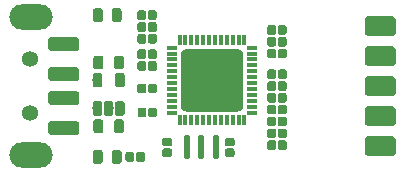
<source format=gts>
G04 #@! TF.GenerationSoftware,KiCad,Pcbnew,5.0-dev-unknown-28f1209~61~ubuntu16.04.1*
G04 #@! TF.CreationDate,2018-02-18T15:31:29+01:00*
G04 #@! TF.ProjectId,ubmp_v1r1,75626D705F763172312E6B696361645F,rev?*
G04 #@! TF.SameCoordinates,Original*
G04 #@! TF.FileFunction,Soldermask,Top*
G04 #@! TF.FilePolarity,Negative*
%FSLAX46Y46*%
G04 Gerber Fmt 4.6, Leading zero omitted, Abs format (unit mm)*
G04 Created by KiCad (PCBNEW 5.0-dev-unknown-28f1209~61~ubuntu16.04.1) date Sun Feb 18 15:31:29 2018*
%MOMM*%
%LPD*%
G01*
G04 APERTURE LIST*
%ADD10C,1.360000*%
%ADD11C,0.100000*%
%ADD12C,1.160000*%
%ADD13O,3.660000X2.160000*%
%ADD14O,0.410000X0.860000*%
%ADD15O,0.860000X0.410000*%
%ADD16C,5.310000*%
%ADD17C,0.810000*%
%ADD18C,0.735000*%
%ADD19C,0.830000*%
%ADD20O,0.560000X2.060000*%
%ADD21C,1.760000*%
G04 APERTURE END LIST*
D10*
X87600000Y-103700000D03*
X87600000Y-108300000D03*
D11*
G36*
X91518425Y-108981396D02*
X91546576Y-108985572D01*
X91574183Y-108992487D01*
X91600978Y-109002075D01*
X91626705Y-109014243D01*
X91651115Y-109028874D01*
X91673974Y-109045827D01*
X91695061Y-109064939D01*
X91714173Y-109086026D01*
X91731126Y-109108885D01*
X91745757Y-109133295D01*
X91757925Y-109159022D01*
X91767513Y-109185817D01*
X91774428Y-109213424D01*
X91778604Y-109241575D01*
X91780000Y-109270000D01*
X91780000Y-109850000D01*
X91778604Y-109878425D01*
X91774428Y-109906576D01*
X91767513Y-109934183D01*
X91757925Y-109960978D01*
X91745757Y-109986705D01*
X91731126Y-110011115D01*
X91714173Y-110033974D01*
X91695061Y-110055061D01*
X91673974Y-110074173D01*
X91651115Y-110091126D01*
X91626705Y-110105757D01*
X91600978Y-110117925D01*
X91574183Y-110127513D01*
X91546576Y-110134428D01*
X91518425Y-110138604D01*
X91490000Y-110140000D01*
X89410000Y-110140000D01*
X89381575Y-110138604D01*
X89353424Y-110134428D01*
X89325817Y-110127513D01*
X89299022Y-110117925D01*
X89273295Y-110105757D01*
X89248885Y-110091126D01*
X89226026Y-110074173D01*
X89204939Y-110055061D01*
X89185827Y-110033974D01*
X89168874Y-110011115D01*
X89154243Y-109986705D01*
X89142075Y-109960978D01*
X89132487Y-109934183D01*
X89125572Y-109906576D01*
X89121396Y-109878425D01*
X89120000Y-109850000D01*
X89120000Y-109270000D01*
X89121396Y-109241575D01*
X89125572Y-109213424D01*
X89132487Y-109185817D01*
X89142075Y-109159022D01*
X89154243Y-109133295D01*
X89168874Y-109108885D01*
X89185827Y-109086026D01*
X89204939Y-109064939D01*
X89226026Y-109045827D01*
X89248885Y-109028874D01*
X89273295Y-109014243D01*
X89299022Y-109002075D01*
X89325817Y-108992487D01*
X89353424Y-108985572D01*
X89381575Y-108981396D01*
X89410000Y-108980000D01*
X91490000Y-108980000D01*
X91518425Y-108981396D01*
X91518425Y-108981396D01*
G37*
D12*
X90450000Y-109560000D03*
D11*
G36*
X91518425Y-106441396D02*
X91546576Y-106445572D01*
X91574183Y-106452487D01*
X91600978Y-106462075D01*
X91626705Y-106474243D01*
X91651115Y-106488874D01*
X91673974Y-106505827D01*
X91695061Y-106524939D01*
X91714173Y-106546026D01*
X91731126Y-106568885D01*
X91745757Y-106593295D01*
X91757925Y-106619022D01*
X91767513Y-106645817D01*
X91774428Y-106673424D01*
X91778604Y-106701575D01*
X91780000Y-106730000D01*
X91780000Y-107310000D01*
X91778604Y-107338425D01*
X91774428Y-107366576D01*
X91767513Y-107394183D01*
X91757925Y-107420978D01*
X91745757Y-107446705D01*
X91731126Y-107471115D01*
X91714173Y-107493974D01*
X91695061Y-107515061D01*
X91673974Y-107534173D01*
X91651115Y-107551126D01*
X91626705Y-107565757D01*
X91600978Y-107577925D01*
X91574183Y-107587513D01*
X91546576Y-107594428D01*
X91518425Y-107598604D01*
X91490000Y-107600000D01*
X89410000Y-107600000D01*
X89381575Y-107598604D01*
X89353424Y-107594428D01*
X89325817Y-107587513D01*
X89299022Y-107577925D01*
X89273295Y-107565757D01*
X89248885Y-107551126D01*
X89226026Y-107534173D01*
X89204939Y-107515061D01*
X89185827Y-107493974D01*
X89168874Y-107471115D01*
X89154243Y-107446705D01*
X89142075Y-107420978D01*
X89132487Y-107394183D01*
X89125572Y-107366576D01*
X89121396Y-107338425D01*
X89120000Y-107310000D01*
X89120000Y-106730000D01*
X89121396Y-106701575D01*
X89125572Y-106673424D01*
X89132487Y-106645817D01*
X89142075Y-106619022D01*
X89154243Y-106593295D01*
X89168874Y-106568885D01*
X89185827Y-106546026D01*
X89204939Y-106524939D01*
X89226026Y-106505827D01*
X89248885Y-106488874D01*
X89273295Y-106474243D01*
X89299022Y-106462075D01*
X89325817Y-106452487D01*
X89353424Y-106445572D01*
X89381575Y-106441396D01*
X89410000Y-106440000D01*
X91490000Y-106440000D01*
X91518425Y-106441396D01*
X91518425Y-106441396D01*
G37*
D12*
X90450000Y-107020000D03*
D11*
G36*
X91518425Y-104411396D02*
X91546576Y-104415572D01*
X91574183Y-104422487D01*
X91600978Y-104432075D01*
X91626705Y-104444243D01*
X91651115Y-104458874D01*
X91673974Y-104475827D01*
X91695061Y-104494939D01*
X91714173Y-104516026D01*
X91731126Y-104538885D01*
X91745757Y-104563295D01*
X91757925Y-104589022D01*
X91767513Y-104615817D01*
X91774428Y-104643424D01*
X91778604Y-104671575D01*
X91780000Y-104700000D01*
X91780000Y-105280000D01*
X91778604Y-105308425D01*
X91774428Y-105336576D01*
X91767513Y-105364183D01*
X91757925Y-105390978D01*
X91745757Y-105416705D01*
X91731126Y-105441115D01*
X91714173Y-105463974D01*
X91695061Y-105485061D01*
X91673974Y-105504173D01*
X91651115Y-105521126D01*
X91626705Y-105535757D01*
X91600978Y-105547925D01*
X91574183Y-105557513D01*
X91546576Y-105564428D01*
X91518425Y-105568604D01*
X91490000Y-105570000D01*
X89410000Y-105570000D01*
X89381575Y-105568604D01*
X89353424Y-105564428D01*
X89325817Y-105557513D01*
X89299022Y-105547925D01*
X89273295Y-105535757D01*
X89248885Y-105521126D01*
X89226026Y-105504173D01*
X89204939Y-105485061D01*
X89185827Y-105463974D01*
X89168874Y-105441115D01*
X89154243Y-105416705D01*
X89142075Y-105390978D01*
X89132487Y-105364183D01*
X89125572Y-105336576D01*
X89121396Y-105308425D01*
X89120000Y-105280000D01*
X89120000Y-104700000D01*
X89121396Y-104671575D01*
X89125572Y-104643424D01*
X89132487Y-104615817D01*
X89142075Y-104589022D01*
X89154243Y-104563295D01*
X89168874Y-104538885D01*
X89185827Y-104516026D01*
X89204939Y-104494939D01*
X89226026Y-104475827D01*
X89248885Y-104458874D01*
X89273295Y-104444243D01*
X89299022Y-104432075D01*
X89325817Y-104422487D01*
X89353424Y-104415572D01*
X89381575Y-104411396D01*
X89410000Y-104410000D01*
X91490000Y-104410000D01*
X91518425Y-104411396D01*
X91518425Y-104411396D01*
G37*
D12*
X90450000Y-104990000D03*
D11*
G36*
X91518425Y-101871396D02*
X91546576Y-101875572D01*
X91574183Y-101882487D01*
X91600978Y-101892075D01*
X91626705Y-101904243D01*
X91651115Y-101918874D01*
X91673974Y-101935827D01*
X91695061Y-101954939D01*
X91714173Y-101976026D01*
X91731126Y-101998885D01*
X91745757Y-102023295D01*
X91757925Y-102049022D01*
X91767513Y-102075817D01*
X91774428Y-102103424D01*
X91778604Y-102131575D01*
X91780000Y-102160000D01*
X91780000Y-102740000D01*
X91778604Y-102768425D01*
X91774428Y-102796576D01*
X91767513Y-102824183D01*
X91757925Y-102850978D01*
X91745757Y-102876705D01*
X91731126Y-102901115D01*
X91714173Y-102923974D01*
X91695061Y-102945061D01*
X91673974Y-102964173D01*
X91651115Y-102981126D01*
X91626705Y-102995757D01*
X91600978Y-103007925D01*
X91574183Y-103017513D01*
X91546576Y-103024428D01*
X91518425Y-103028604D01*
X91490000Y-103030000D01*
X89410000Y-103030000D01*
X89381575Y-103028604D01*
X89353424Y-103024428D01*
X89325817Y-103017513D01*
X89299022Y-103007925D01*
X89273295Y-102995757D01*
X89248885Y-102981126D01*
X89226026Y-102964173D01*
X89204939Y-102945061D01*
X89185827Y-102923974D01*
X89168874Y-102901115D01*
X89154243Y-102876705D01*
X89142075Y-102850978D01*
X89132487Y-102824183D01*
X89125572Y-102796576D01*
X89121396Y-102768425D01*
X89120000Y-102740000D01*
X89120000Y-102160000D01*
X89121396Y-102131575D01*
X89125572Y-102103424D01*
X89132487Y-102075817D01*
X89142075Y-102049022D01*
X89154243Y-102023295D01*
X89168874Y-101998885D01*
X89185827Y-101976026D01*
X89204939Y-101954939D01*
X89226026Y-101935827D01*
X89248885Y-101918874D01*
X89273295Y-101904243D01*
X89299022Y-101892075D01*
X89325817Y-101882487D01*
X89353424Y-101875572D01*
X89381575Y-101871396D01*
X89410000Y-101870000D01*
X91490000Y-101870000D01*
X91518425Y-101871396D01*
X91518425Y-101871396D01*
G37*
D12*
X90450000Y-102450000D03*
D13*
X87700000Y-111850000D03*
X87700000Y-100150000D03*
D14*
X100250000Y-108900000D03*
X100750000Y-108900000D03*
X101250000Y-108900000D03*
X101750000Y-108900000D03*
X102250000Y-108900000D03*
X102750000Y-108900000D03*
X103250000Y-108900000D03*
X103750000Y-108900000D03*
X104250000Y-108900000D03*
X104750000Y-108900000D03*
X105250000Y-108900000D03*
X105750000Y-108900000D03*
D15*
X106400000Y-108250000D03*
X106400000Y-107750000D03*
X106400000Y-107250000D03*
X106400000Y-106750000D03*
X106400000Y-106250000D03*
X106400000Y-105750000D03*
X106400000Y-105250000D03*
X106400000Y-104750000D03*
X106400000Y-104250000D03*
X106400000Y-103750000D03*
X106400000Y-103250000D03*
X106400000Y-102750000D03*
D14*
X105750000Y-102100000D03*
X105250000Y-102100000D03*
X104750000Y-102100000D03*
X104250000Y-102100000D03*
X103750000Y-102100000D03*
X103250000Y-102100000D03*
X102750000Y-102100000D03*
X102250000Y-102100000D03*
X101750000Y-102100000D03*
X101250000Y-102100000D03*
X100750000Y-102100000D03*
X100250000Y-102100000D03*
D15*
X99600000Y-102750000D03*
X99600000Y-103250000D03*
X99600000Y-103750000D03*
X99600000Y-104250000D03*
X99600000Y-104750000D03*
X99600000Y-105250000D03*
X99600000Y-105750000D03*
X99600000Y-106250000D03*
X99600000Y-106750000D03*
X99600000Y-107250000D03*
X99600000Y-107750000D03*
X99600000Y-108250000D03*
D11*
G36*
X105176047Y-102847557D02*
X105227593Y-102855203D01*
X105278141Y-102867865D01*
X105327205Y-102885420D01*
X105374312Y-102907700D01*
X105419008Y-102934490D01*
X105460863Y-102965531D01*
X105499474Y-103000526D01*
X105534469Y-103039137D01*
X105565510Y-103080992D01*
X105592300Y-103125688D01*
X105614580Y-103172795D01*
X105632135Y-103221859D01*
X105644797Y-103272407D01*
X105652443Y-103323953D01*
X105655000Y-103376000D01*
X105655000Y-107624000D01*
X105652443Y-107676047D01*
X105644797Y-107727593D01*
X105632135Y-107778141D01*
X105614580Y-107827205D01*
X105592300Y-107874312D01*
X105565510Y-107919008D01*
X105534469Y-107960863D01*
X105499474Y-107999474D01*
X105460863Y-108034469D01*
X105419008Y-108065510D01*
X105374312Y-108092300D01*
X105327205Y-108114580D01*
X105278141Y-108132135D01*
X105227593Y-108144797D01*
X105176047Y-108152443D01*
X105124000Y-108155000D01*
X100876000Y-108155000D01*
X100823953Y-108152443D01*
X100772407Y-108144797D01*
X100721859Y-108132135D01*
X100672795Y-108114580D01*
X100625688Y-108092300D01*
X100580992Y-108065510D01*
X100539137Y-108034469D01*
X100500526Y-107999474D01*
X100465531Y-107960863D01*
X100434490Y-107919008D01*
X100407700Y-107874312D01*
X100385420Y-107827205D01*
X100367865Y-107778141D01*
X100355203Y-107727593D01*
X100347557Y-107676047D01*
X100345000Y-107624000D01*
X100345000Y-103376000D01*
X100347557Y-103323953D01*
X100355203Y-103272407D01*
X100367865Y-103221859D01*
X100385420Y-103172795D01*
X100407700Y-103125688D01*
X100434490Y-103080992D01*
X100465531Y-103039137D01*
X100500526Y-103000526D01*
X100539137Y-102965531D01*
X100580992Y-102934490D01*
X100625688Y-102907700D01*
X100672795Y-102885420D01*
X100721859Y-102867865D01*
X100772407Y-102855203D01*
X100823953Y-102847557D01*
X100876000Y-102845000D01*
X105124000Y-102845000D01*
X105176047Y-102847557D01*
X105176047Y-102847557D01*
G37*
D16*
X103000000Y-105500000D03*
D11*
G36*
X93522348Y-107290975D02*
X93542006Y-107293891D01*
X93561283Y-107298720D01*
X93579993Y-107305414D01*
X93597958Y-107313911D01*
X93615003Y-107324127D01*
X93630965Y-107335965D01*
X93645689Y-107349311D01*
X93659035Y-107364035D01*
X93670873Y-107379997D01*
X93681089Y-107397042D01*
X93689586Y-107415007D01*
X93696280Y-107433717D01*
X93701109Y-107452994D01*
X93704025Y-107472652D01*
X93705000Y-107492500D01*
X93705000Y-108307500D01*
X93704025Y-108327348D01*
X93701109Y-108347006D01*
X93696280Y-108366283D01*
X93689586Y-108384993D01*
X93681089Y-108402958D01*
X93670873Y-108420003D01*
X93659035Y-108435965D01*
X93645689Y-108450689D01*
X93630965Y-108464035D01*
X93615003Y-108475873D01*
X93597958Y-108486089D01*
X93579993Y-108494586D01*
X93561283Y-108501280D01*
X93542006Y-108506109D01*
X93522348Y-108509025D01*
X93502500Y-108510000D01*
X93097500Y-108510000D01*
X93077652Y-108509025D01*
X93057994Y-108506109D01*
X93038717Y-108501280D01*
X93020007Y-108494586D01*
X93002042Y-108486089D01*
X92984997Y-108475873D01*
X92969035Y-108464035D01*
X92954311Y-108450689D01*
X92940965Y-108435965D01*
X92929127Y-108420003D01*
X92918911Y-108402958D01*
X92910414Y-108384993D01*
X92903720Y-108366283D01*
X92898891Y-108347006D01*
X92895975Y-108327348D01*
X92895000Y-108307500D01*
X92895000Y-107492500D01*
X92895975Y-107472652D01*
X92898891Y-107452994D01*
X92903720Y-107433717D01*
X92910414Y-107415007D01*
X92918911Y-107397042D01*
X92929127Y-107379997D01*
X92940965Y-107364035D01*
X92954311Y-107349311D01*
X92969035Y-107335965D01*
X92984997Y-107324127D01*
X93002042Y-107313911D01*
X93020007Y-107305414D01*
X93038717Y-107298720D01*
X93057994Y-107293891D01*
X93077652Y-107290975D01*
X93097500Y-107290000D01*
X93502500Y-107290000D01*
X93522348Y-107290975D01*
X93522348Y-107290975D01*
G37*
D17*
X93300000Y-107900000D03*
D11*
G36*
X94472348Y-107290975D02*
X94492006Y-107293891D01*
X94511283Y-107298720D01*
X94529993Y-107305414D01*
X94547958Y-107313911D01*
X94565003Y-107324127D01*
X94580965Y-107335965D01*
X94595689Y-107349311D01*
X94609035Y-107364035D01*
X94620873Y-107379997D01*
X94631089Y-107397042D01*
X94639586Y-107415007D01*
X94646280Y-107433717D01*
X94651109Y-107452994D01*
X94654025Y-107472652D01*
X94655000Y-107492500D01*
X94655000Y-108307500D01*
X94654025Y-108327348D01*
X94651109Y-108347006D01*
X94646280Y-108366283D01*
X94639586Y-108384993D01*
X94631089Y-108402958D01*
X94620873Y-108420003D01*
X94609035Y-108435965D01*
X94595689Y-108450689D01*
X94580965Y-108464035D01*
X94565003Y-108475873D01*
X94547958Y-108486089D01*
X94529993Y-108494586D01*
X94511283Y-108501280D01*
X94492006Y-108506109D01*
X94472348Y-108509025D01*
X94452500Y-108510000D01*
X94047500Y-108510000D01*
X94027652Y-108509025D01*
X94007994Y-108506109D01*
X93988717Y-108501280D01*
X93970007Y-108494586D01*
X93952042Y-108486089D01*
X93934997Y-108475873D01*
X93919035Y-108464035D01*
X93904311Y-108450689D01*
X93890965Y-108435965D01*
X93879127Y-108420003D01*
X93868911Y-108402958D01*
X93860414Y-108384993D01*
X93853720Y-108366283D01*
X93848891Y-108347006D01*
X93845975Y-108327348D01*
X93845000Y-108307500D01*
X93845000Y-107492500D01*
X93845975Y-107472652D01*
X93848891Y-107452994D01*
X93853720Y-107433717D01*
X93860414Y-107415007D01*
X93868911Y-107397042D01*
X93879127Y-107379997D01*
X93890965Y-107364035D01*
X93904311Y-107349311D01*
X93919035Y-107335965D01*
X93934997Y-107324127D01*
X93952042Y-107313911D01*
X93970007Y-107305414D01*
X93988717Y-107298720D01*
X94007994Y-107293891D01*
X94027652Y-107290975D01*
X94047500Y-107290000D01*
X94452500Y-107290000D01*
X94472348Y-107290975D01*
X94472348Y-107290975D01*
G37*
D17*
X94250000Y-107900000D03*
D11*
G36*
X95422348Y-107290975D02*
X95442006Y-107293891D01*
X95461283Y-107298720D01*
X95479993Y-107305414D01*
X95497958Y-107313911D01*
X95515003Y-107324127D01*
X95530965Y-107335965D01*
X95545689Y-107349311D01*
X95559035Y-107364035D01*
X95570873Y-107379997D01*
X95581089Y-107397042D01*
X95589586Y-107415007D01*
X95596280Y-107433717D01*
X95601109Y-107452994D01*
X95604025Y-107472652D01*
X95605000Y-107492500D01*
X95605000Y-108307500D01*
X95604025Y-108327348D01*
X95601109Y-108347006D01*
X95596280Y-108366283D01*
X95589586Y-108384993D01*
X95581089Y-108402958D01*
X95570873Y-108420003D01*
X95559035Y-108435965D01*
X95545689Y-108450689D01*
X95530965Y-108464035D01*
X95515003Y-108475873D01*
X95497958Y-108486089D01*
X95479993Y-108494586D01*
X95461283Y-108501280D01*
X95442006Y-108506109D01*
X95422348Y-108509025D01*
X95402500Y-108510000D01*
X94997500Y-108510000D01*
X94977652Y-108509025D01*
X94957994Y-108506109D01*
X94938717Y-108501280D01*
X94920007Y-108494586D01*
X94902042Y-108486089D01*
X94884997Y-108475873D01*
X94869035Y-108464035D01*
X94854311Y-108450689D01*
X94840965Y-108435965D01*
X94829127Y-108420003D01*
X94818911Y-108402958D01*
X94810414Y-108384993D01*
X94803720Y-108366283D01*
X94798891Y-108347006D01*
X94795975Y-108327348D01*
X94795000Y-108307500D01*
X94795000Y-107492500D01*
X94795975Y-107472652D01*
X94798891Y-107452994D01*
X94803720Y-107433717D01*
X94810414Y-107415007D01*
X94818911Y-107397042D01*
X94829127Y-107379997D01*
X94840965Y-107364035D01*
X94854311Y-107349311D01*
X94869035Y-107335965D01*
X94884997Y-107324127D01*
X94902042Y-107313911D01*
X94920007Y-107305414D01*
X94938717Y-107298720D01*
X94957994Y-107293891D01*
X94977652Y-107290975D01*
X94997500Y-107290000D01*
X95402500Y-107290000D01*
X95422348Y-107290975D01*
X95422348Y-107290975D01*
G37*
D17*
X95200000Y-107900000D03*
D11*
G36*
X95422348Y-104890975D02*
X95442006Y-104893891D01*
X95461283Y-104898720D01*
X95479993Y-104905414D01*
X95497958Y-104913911D01*
X95515003Y-104924127D01*
X95530965Y-104935965D01*
X95545689Y-104949311D01*
X95559035Y-104964035D01*
X95570873Y-104979997D01*
X95581089Y-104997042D01*
X95589586Y-105015007D01*
X95596280Y-105033717D01*
X95601109Y-105052994D01*
X95604025Y-105072652D01*
X95605000Y-105092500D01*
X95605000Y-105907500D01*
X95604025Y-105927348D01*
X95601109Y-105947006D01*
X95596280Y-105966283D01*
X95589586Y-105984993D01*
X95581089Y-106002958D01*
X95570873Y-106020003D01*
X95559035Y-106035965D01*
X95545689Y-106050689D01*
X95530965Y-106064035D01*
X95515003Y-106075873D01*
X95497958Y-106086089D01*
X95479993Y-106094586D01*
X95461283Y-106101280D01*
X95442006Y-106106109D01*
X95422348Y-106109025D01*
X95402500Y-106110000D01*
X94997500Y-106110000D01*
X94977652Y-106109025D01*
X94957994Y-106106109D01*
X94938717Y-106101280D01*
X94920007Y-106094586D01*
X94902042Y-106086089D01*
X94884997Y-106075873D01*
X94869035Y-106064035D01*
X94854311Y-106050689D01*
X94840965Y-106035965D01*
X94829127Y-106020003D01*
X94818911Y-106002958D01*
X94810414Y-105984993D01*
X94803720Y-105966283D01*
X94798891Y-105947006D01*
X94795975Y-105927348D01*
X94795000Y-105907500D01*
X94795000Y-105092500D01*
X94795975Y-105072652D01*
X94798891Y-105052994D01*
X94803720Y-105033717D01*
X94810414Y-105015007D01*
X94818911Y-104997042D01*
X94829127Y-104979997D01*
X94840965Y-104964035D01*
X94854311Y-104949311D01*
X94869035Y-104935965D01*
X94884997Y-104924127D01*
X94902042Y-104913911D01*
X94920007Y-104905414D01*
X94938717Y-104898720D01*
X94957994Y-104893891D01*
X94977652Y-104890975D01*
X94997500Y-104890000D01*
X95402500Y-104890000D01*
X95422348Y-104890975D01*
X95422348Y-104890975D01*
G37*
D17*
X95200000Y-105500000D03*
D11*
G36*
X93522348Y-104890975D02*
X93542006Y-104893891D01*
X93561283Y-104898720D01*
X93579993Y-104905414D01*
X93597958Y-104913911D01*
X93615003Y-104924127D01*
X93630965Y-104935965D01*
X93645689Y-104949311D01*
X93659035Y-104964035D01*
X93670873Y-104979997D01*
X93681089Y-104997042D01*
X93689586Y-105015007D01*
X93696280Y-105033717D01*
X93701109Y-105052994D01*
X93704025Y-105072652D01*
X93705000Y-105092500D01*
X93705000Y-105907500D01*
X93704025Y-105927348D01*
X93701109Y-105947006D01*
X93696280Y-105966283D01*
X93689586Y-105984993D01*
X93681089Y-106002958D01*
X93670873Y-106020003D01*
X93659035Y-106035965D01*
X93645689Y-106050689D01*
X93630965Y-106064035D01*
X93615003Y-106075873D01*
X93597958Y-106086089D01*
X93579993Y-106094586D01*
X93561283Y-106101280D01*
X93542006Y-106106109D01*
X93522348Y-106109025D01*
X93502500Y-106110000D01*
X93097500Y-106110000D01*
X93077652Y-106109025D01*
X93057994Y-106106109D01*
X93038717Y-106101280D01*
X93020007Y-106094586D01*
X93002042Y-106086089D01*
X92984997Y-106075873D01*
X92969035Y-106064035D01*
X92954311Y-106050689D01*
X92940965Y-106035965D01*
X92929127Y-106020003D01*
X92918911Y-106002958D01*
X92910414Y-105984993D01*
X92903720Y-105966283D01*
X92898891Y-105947006D01*
X92895975Y-105927348D01*
X92895000Y-105907500D01*
X92895000Y-105092500D01*
X92895975Y-105072652D01*
X92898891Y-105052994D01*
X92903720Y-105033717D01*
X92910414Y-105015007D01*
X92918911Y-104997042D01*
X92929127Y-104979997D01*
X92940965Y-104964035D01*
X92954311Y-104949311D01*
X92969035Y-104935965D01*
X92984997Y-104924127D01*
X93002042Y-104913911D01*
X93020007Y-104905414D01*
X93038717Y-104898720D01*
X93057994Y-104893891D01*
X93077652Y-104890975D01*
X93097500Y-104890000D01*
X93502500Y-104890000D01*
X93522348Y-104890975D01*
X93522348Y-104890975D01*
G37*
D17*
X93300000Y-105500000D03*
D11*
G36*
X99439261Y-111283385D02*
X99457098Y-111286031D01*
X99474590Y-111290412D01*
X99491568Y-111296487D01*
X99507869Y-111304197D01*
X99523336Y-111313467D01*
X99537820Y-111324209D01*
X99551181Y-111336319D01*
X99563291Y-111349680D01*
X99574033Y-111364164D01*
X99583303Y-111379631D01*
X99591013Y-111395932D01*
X99597088Y-111412910D01*
X99601469Y-111430402D01*
X99604115Y-111448239D01*
X99605000Y-111466250D01*
X99605000Y-111833750D01*
X99604115Y-111851761D01*
X99601469Y-111869598D01*
X99597088Y-111887090D01*
X99591013Y-111904068D01*
X99583303Y-111920369D01*
X99574033Y-111935836D01*
X99563291Y-111950320D01*
X99551181Y-111963681D01*
X99537820Y-111975791D01*
X99523336Y-111986533D01*
X99507869Y-111995803D01*
X99491568Y-112003513D01*
X99474590Y-112009588D01*
X99457098Y-112013969D01*
X99439261Y-112016615D01*
X99421250Y-112017500D01*
X98978750Y-112017500D01*
X98960739Y-112016615D01*
X98942902Y-112013969D01*
X98925410Y-112009588D01*
X98908432Y-112003513D01*
X98892131Y-111995803D01*
X98876664Y-111986533D01*
X98862180Y-111975791D01*
X98848819Y-111963681D01*
X98836709Y-111950320D01*
X98825967Y-111935836D01*
X98816697Y-111920369D01*
X98808987Y-111904068D01*
X98802912Y-111887090D01*
X98798531Y-111869598D01*
X98795885Y-111851761D01*
X98795000Y-111833750D01*
X98795000Y-111466250D01*
X98795885Y-111448239D01*
X98798531Y-111430402D01*
X98802912Y-111412910D01*
X98808987Y-111395932D01*
X98816697Y-111379631D01*
X98825967Y-111364164D01*
X98836709Y-111349680D01*
X98848819Y-111336319D01*
X98862180Y-111324209D01*
X98876664Y-111313467D01*
X98892131Y-111304197D01*
X98908432Y-111296487D01*
X98925410Y-111290412D01*
X98942902Y-111286031D01*
X98960739Y-111283385D01*
X98978750Y-111282500D01*
X99421250Y-111282500D01*
X99439261Y-111283385D01*
X99439261Y-111283385D01*
G37*
D18*
X99200000Y-111650000D03*
D11*
G36*
X99439261Y-110383385D02*
X99457098Y-110386031D01*
X99474590Y-110390412D01*
X99491568Y-110396487D01*
X99507869Y-110404197D01*
X99523336Y-110413467D01*
X99537820Y-110424209D01*
X99551181Y-110436319D01*
X99563291Y-110449680D01*
X99574033Y-110464164D01*
X99583303Y-110479631D01*
X99591013Y-110495932D01*
X99597088Y-110512910D01*
X99601469Y-110530402D01*
X99604115Y-110548239D01*
X99605000Y-110566250D01*
X99605000Y-110933750D01*
X99604115Y-110951761D01*
X99601469Y-110969598D01*
X99597088Y-110987090D01*
X99591013Y-111004068D01*
X99583303Y-111020369D01*
X99574033Y-111035836D01*
X99563291Y-111050320D01*
X99551181Y-111063681D01*
X99537820Y-111075791D01*
X99523336Y-111086533D01*
X99507869Y-111095803D01*
X99491568Y-111103513D01*
X99474590Y-111109588D01*
X99457098Y-111113969D01*
X99439261Y-111116615D01*
X99421250Y-111117500D01*
X98978750Y-111117500D01*
X98960739Y-111116615D01*
X98942902Y-111113969D01*
X98925410Y-111109588D01*
X98908432Y-111103513D01*
X98892131Y-111095803D01*
X98876664Y-111086533D01*
X98862180Y-111075791D01*
X98848819Y-111063681D01*
X98836709Y-111050320D01*
X98825967Y-111035836D01*
X98816697Y-111020369D01*
X98808987Y-111004068D01*
X98802912Y-110987090D01*
X98798531Y-110969598D01*
X98795885Y-110951761D01*
X98795000Y-110933750D01*
X98795000Y-110566250D01*
X98795885Y-110548239D01*
X98798531Y-110530402D01*
X98802912Y-110512910D01*
X98808987Y-110495932D01*
X98816697Y-110479631D01*
X98825967Y-110464164D01*
X98836709Y-110449680D01*
X98848819Y-110436319D01*
X98862180Y-110424209D01*
X98876664Y-110413467D01*
X98892131Y-110404197D01*
X98908432Y-110396487D01*
X98925410Y-110390412D01*
X98942902Y-110386031D01*
X98960739Y-110383385D01*
X98978750Y-110382500D01*
X99421250Y-110382500D01*
X99439261Y-110383385D01*
X99439261Y-110383385D01*
G37*
D18*
X99200000Y-110750000D03*
D11*
G36*
X97139261Y-111595885D02*
X97157098Y-111598531D01*
X97174590Y-111602912D01*
X97191568Y-111608987D01*
X97207869Y-111616697D01*
X97223336Y-111625967D01*
X97237820Y-111636709D01*
X97251181Y-111648819D01*
X97263291Y-111662180D01*
X97274033Y-111676664D01*
X97283303Y-111692131D01*
X97291013Y-111708432D01*
X97297088Y-111725410D01*
X97301469Y-111742902D01*
X97304115Y-111760739D01*
X97305000Y-111778750D01*
X97305000Y-112221250D01*
X97304115Y-112239261D01*
X97301469Y-112257098D01*
X97297088Y-112274590D01*
X97291013Y-112291568D01*
X97283303Y-112307869D01*
X97274033Y-112323336D01*
X97263291Y-112337820D01*
X97251181Y-112351181D01*
X97237820Y-112363291D01*
X97223336Y-112374033D01*
X97207869Y-112383303D01*
X97191568Y-112391013D01*
X97174590Y-112397088D01*
X97157098Y-112401469D01*
X97139261Y-112404115D01*
X97121250Y-112405000D01*
X96753750Y-112405000D01*
X96735739Y-112404115D01*
X96717902Y-112401469D01*
X96700410Y-112397088D01*
X96683432Y-112391013D01*
X96667131Y-112383303D01*
X96651664Y-112374033D01*
X96637180Y-112363291D01*
X96623819Y-112351181D01*
X96611709Y-112337820D01*
X96600967Y-112323336D01*
X96591697Y-112307869D01*
X96583987Y-112291568D01*
X96577912Y-112274590D01*
X96573531Y-112257098D01*
X96570885Y-112239261D01*
X96570000Y-112221250D01*
X96570000Y-111778750D01*
X96570885Y-111760739D01*
X96573531Y-111742902D01*
X96577912Y-111725410D01*
X96583987Y-111708432D01*
X96591697Y-111692131D01*
X96600967Y-111676664D01*
X96611709Y-111662180D01*
X96623819Y-111648819D01*
X96637180Y-111636709D01*
X96651664Y-111625967D01*
X96667131Y-111616697D01*
X96683432Y-111608987D01*
X96700410Y-111602912D01*
X96717902Y-111598531D01*
X96735739Y-111595885D01*
X96753750Y-111595000D01*
X97121250Y-111595000D01*
X97139261Y-111595885D01*
X97139261Y-111595885D01*
G37*
D18*
X96937500Y-112000000D03*
D11*
G36*
X96239261Y-111595885D02*
X96257098Y-111598531D01*
X96274590Y-111602912D01*
X96291568Y-111608987D01*
X96307869Y-111616697D01*
X96323336Y-111625967D01*
X96337820Y-111636709D01*
X96351181Y-111648819D01*
X96363291Y-111662180D01*
X96374033Y-111676664D01*
X96383303Y-111692131D01*
X96391013Y-111708432D01*
X96397088Y-111725410D01*
X96401469Y-111742902D01*
X96404115Y-111760739D01*
X96405000Y-111778750D01*
X96405000Y-112221250D01*
X96404115Y-112239261D01*
X96401469Y-112257098D01*
X96397088Y-112274590D01*
X96391013Y-112291568D01*
X96383303Y-112307869D01*
X96374033Y-112323336D01*
X96363291Y-112337820D01*
X96351181Y-112351181D01*
X96337820Y-112363291D01*
X96323336Y-112374033D01*
X96307869Y-112383303D01*
X96291568Y-112391013D01*
X96274590Y-112397088D01*
X96257098Y-112401469D01*
X96239261Y-112404115D01*
X96221250Y-112405000D01*
X95853750Y-112405000D01*
X95835739Y-112404115D01*
X95817902Y-112401469D01*
X95800410Y-112397088D01*
X95783432Y-112391013D01*
X95767131Y-112383303D01*
X95751664Y-112374033D01*
X95737180Y-112363291D01*
X95723819Y-112351181D01*
X95711709Y-112337820D01*
X95700967Y-112323336D01*
X95691697Y-112307869D01*
X95683987Y-112291568D01*
X95677912Y-112274590D01*
X95673531Y-112257098D01*
X95670885Y-112239261D01*
X95670000Y-112221250D01*
X95670000Y-111778750D01*
X95670885Y-111760739D01*
X95673531Y-111742902D01*
X95677912Y-111725410D01*
X95683987Y-111708432D01*
X95691697Y-111692131D01*
X95700967Y-111676664D01*
X95711709Y-111662180D01*
X95723819Y-111648819D01*
X95737180Y-111636709D01*
X95751664Y-111625967D01*
X95767131Y-111616697D01*
X95783432Y-111608987D01*
X95800410Y-111602912D01*
X95817902Y-111598531D01*
X95835739Y-111595885D01*
X95853750Y-111595000D01*
X96221250Y-111595000D01*
X96239261Y-111595885D01*
X96239261Y-111595885D01*
G37*
D18*
X96037500Y-112000000D03*
D11*
G36*
X98139261Y-99595885D02*
X98157098Y-99598531D01*
X98174590Y-99602912D01*
X98191568Y-99608987D01*
X98207869Y-99616697D01*
X98223336Y-99625967D01*
X98237820Y-99636709D01*
X98251181Y-99648819D01*
X98263291Y-99662180D01*
X98274033Y-99676664D01*
X98283303Y-99692131D01*
X98291013Y-99708432D01*
X98297088Y-99725410D01*
X98301469Y-99742902D01*
X98304115Y-99760739D01*
X98305000Y-99778750D01*
X98305000Y-100221250D01*
X98304115Y-100239261D01*
X98301469Y-100257098D01*
X98297088Y-100274590D01*
X98291013Y-100291568D01*
X98283303Y-100307869D01*
X98274033Y-100323336D01*
X98263291Y-100337820D01*
X98251181Y-100351181D01*
X98237820Y-100363291D01*
X98223336Y-100374033D01*
X98207869Y-100383303D01*
X98191568Y-100391013D01*
X98174590Y-100397088D01*
X98157098Y-100401469D01*
X98139261Y-100404115D01*
X98121250Y-100405000D01*
X97753750Y-100405000D01*
X97735739Y-100404115D01*
X97717902Y-100401469D01*
X97700410Y-100397088D01*
X97683432Y-100391013D01*
X97667131Y-100383303D01*
X97651664Y-100374033D01*
X97637180Y-100363291D01*
X97623819Y-100351181D01*
X97611709Y-100337820D01*
X97600967Y-100323336D01*
X97591697Y-100307869D01*
X97583987Y-100291568D01*
X97577912Y-100274590D01*
X97573531Y-100257098D01*
X97570885Y-100239261D01*
X97570000Y-100221250D01*
X97570000Y-99778750D01*
X97570885Y-99760739D01*
X97573531Y-99742902D01*
X97577912Y-99725410D01*
X97583987Y-99708432D01*
X97591697Y-99692131D01*
X97600967Y-99676664D01*
X97611709Y-99662180D01*
X97623819Y-99648819D01*
X97637180Y-99636709D01*
X97651664Y-99625967D01*
X97667131Y-99616697D01*
X97683432Y-99608987D01*
X97700410Y-99602912D01*
X97717902Y-99598531D01*
X97735739Y-99595885D01*
X97753750Y-99595000D01*
X98121250Y-99595000D01*
X98139261Y-99595885D01*
X98139261Y-99595885D01*
G37*
D18*
X97937500Y-100000000D03*
D11*
G36*
X97239261Y-99595885D02*
X97257098Y-99598531D01*
X97274590Y-99602912D01*
X97291568Y-99608987D01*
X97307869Y-99616697D01*
X97323336Y-99625967D01*
X97337820Y-99636709D01*
X97351181Y-99648819D01*
X97363291Y-99662180D01*
X97374033Y-99676664D01*
X97383303Y-99692131D01*
X97391013Y-99708432D01*
X97397088Y-99725410D01*
X97401469Y-99742902D01*
X97404115Y-99760739D01*
X97405000Y-99778750D01*
X97405000Y-100221250D01*
X97404115Y-100239261D01*
X97401469Y-100257098D01*
X97397088Y-100274590D01*
X97391013Y-100291568D01*
X97383303Y-100307869D01*
X97374033Y-100323336D01*
X97363291Y-100337820D01*
X97351181Y-100351181D01*
X97337820Y-100363291D01*
X97323336Y-100374033D01*
X97307869Y-100383303D01*
X97291568Y-100391013D01*
X97274590Y-100397088D01*
X97257098Y-100401469D01*
X97239261Y-100404115D01*
X97221250Y-100405000D01*
X96853750Y-100405000D01*
X96835739Y-100404115D01*
X96817902Y-100401469D01*
X96800410Y-100397088D01*
X96783432Y-100391013D01*
X96767131Y-100383303D01*
X96751664Y-100374033D01*
X96737180Y-100363291D01*
X96723819Y-100351181D01*
X96711709Y-100337820D01*
X96700967Y-100323336D01*
X96691697Y-100307869D01*
X96683987Y-100291568D01*
X96677912Y-100274590D01*
X96673531Y-100257098D01*
X96670885Y-100239261D01*
X96670000Y-100221250D01*
X96670000Y-99778750D01*
X96670885Y-99760739D01*
X96673531Y-99742902D01*
X96677912Y-99725410D01*
X96683987Y-99708432D01*
X96691697Y-99692131D01*
X96700967Y-99676664D01*
X96711709Y-99662180D01*
X96723819Y-99648819D01*
X96737180Y-99636709D01*
X96751664Y-99625967D01*
X96767131Y-99616697D01*
X96783432Y-99608987D01*
X96800410Y-99602912D01*
X96817902Y-99598531D01*
X96835739Y-99595885D01*
X96853750Y-99595000D01*
X97221250Y-99595000D01*
X97239261Y-99595885D01*
X97239261Y-99595885D01*
G37*
D18*
X97037500Y-100000000D03*
D11*
G36*
X108251761Y-109595885D02*
X108269598Y-109598531D01*
X108287090Y-109602912D01*
X108304068Y-109608987D01*
X108320369Y-109616697D01*
X108335836Y-109625967D01*
X108350320Y-109636709D01*
X108363681Y-109648819D01*
X108375791Y-109662180D01*
X108386533Y-109676664D01*
X108395803Y-109692131D01*
X108403513Y-109708432D01*
X108409588Y-109725410D01*
X108413969Y-109742902D01*
X108416615Y-109760739D01*
X108417500Y-109778750D01*
X108417500Y-110221250D01*
X108416615Y-110239261D01*
X108413969Y-110257098D01*
X108409588Y-110274590D01*
X108403513Y-110291568D01*
X108395803Y-110307869D01*
X108386533Y-110323336D01*
X108375791Y-110337820D01*
X108363681Y-110351181D01*
X108350320Y-110363291D01*
X108335836Y-110374033D01*
X108320369Y-110383303D01*
X108304068Y-110391013D01*
X108287090Y-110397088D01*
X108269598Y-110401469D01*
X108251761Y-110404115D01*
X108233750Y-110405000D01*
X107866250Y-110405000D01*
X107848239Y-110404115D01*
X107830402Y-110401469D01*
X107812910Y-110397088D01*
X107795932Y-110391013D01*
X107779631Y-110383303D01*
X107764164Y-110374033D01*
X107749680Y-110363291D01*
X107736319Y-110351181D01*
X107724209Y-110337820D01*
X107713467Y-110323336D01*
X107704197Y-110307869D01*
X107696487Y-110291568D01*
X107690412Y-110274590D01*
X107686031Y-110257098D01*
X107683385Y-110239261D01*
X107682500Y-110221250D01*
X107682500Y-109778750D01*
X107683385Y-109760739D01*
X107686031Y-109742902D01*
X107690412Y-109725410D01*
X107696487Y-109708432D01*
X107704197Y-109692131D01*
X107713467Y-109676664D01*
X107724209Y-109662180D01*
X107736319Y-109648819D01*
X107749680Y-109636709D01*
X107764164Y-109625967D01*
X107779631Y-109616697D01*
X107795932Y-109608987D01*
X107812910Y-109602912D01*
X107830402Y-109598531D01*
X107848239Y-109595885D01*
X107866250Y-109595000D01*
X108233750Y-109595000D01*
X108251761Y-109595885D01*
X108251761Y-109595885D01*
G37*
D18*
X108050000Y-110000000D03*
D11*
G36*
X109151761Y-109595885D02*
X109169598Y-109598531D01*
X109187090Y-109602912D01*
X109204068Y-109608987D01*
X109220369Y-109616697D01*
X109235836Y-109625967D01*
X109250320Y-109636709D01*
X109263681Y-109648819D01*
X109275791Y-109662180D01*
X109286533Y-109676664D01*
X109295803Y-109692131D01*
X109303513Y-109708432D01*
X109309588Y-109725410D01*
X109313969Y-109742902D01*
X109316615Y-109760739D01*
X109317500Y-109778750D01*
X109317500Y-110221250D01*
X109316615Y-110239261D01*
X109313969Y-110257098D01*
X109309588Y-110274590D01*
X109303513Y-110291568D01*
X109295803Y-110307869D01*
X109286533Y-110323336D01*
X109275791Y-110337820D01*
X109263681Y-110351181D01*
X109250320Y-110363291D01*
X109235836Y-110374033D01*
X109220369Y-110383303D01*
X109204068Y-110391013D01*
X109187090Y-110397088D01*
X109169598Y-110401469D01*
X109151761Y-110404115D01*
X109133750Y-110405000D01*
X108766250Y-110405000D01*
X108748239Y-110404115D01*
X108730402Y-110401469D01*
X108712910Y-110397088D01*
X108695932Y-110391013D01*
X108679631Y-110383303D01*
X108664164Y-110374033D01*
X108649680Y-110363291D01*
X108636319Y-110351181D01*
X108624209Y-110337820D01*
X108613467Y-110323336D01*
X108604197Y-110307869D01*
X108596487Y-110291568D01*
X108590412Y-110274590D01*
X108586031Y-110257098D01*
X108583385Y-110239261D01*
X108582500Y-110221250D01*
X108582500Y-109778750D01*
X108583385Y-109760739D01*
X108586031Y-109742902D01*
X108590412Y-109725410D01*
X108596487Y-109708432D01*
X108604197Y-109692131D01*
X108613467Y-109676664D01*
X108624209Y-109662180D01*
X108636319Y-109648819D01*
X108649680Y-109636709D01*
X108664164Y-109625967D01*
X108679631Y-109616697D01*
X108695932Y-109608987D01*
X108712910Y-109602912D01*
X108730402Y-109598531D01*
X108748239Y-109595885D01*
X108766250Y-109595000D01*
X109133750Y-109595000D01*
X109151761Y-109595885D01*
X109151761Y-109595885D01*
G37*
D18*
X108950000Y-110000000D03*
D11*
G36*
X109151761Y-108595885D02*
X109169598Y-108598531D01*
X109187090Y-108602912D01*
X109204068Y-108608987D01*
X109220369Y-108616697D01*
X109235836Y-108625967D01*
X109250320Y-108636709D01*
X109263681Y-108648819D01*
X109275791Y-108662180D01*
X109286533Y-108676664D01*
X109295803Y-108692131D01*
X109303513Y-108708432D01*
X109309588Y-108725410D01*
X109313969Y-108742902D01*
X109316615Y-108760739D01*
X109317500Y-108778750D01*
X109317500Y-109221250D01*
X109316615Y-109239261D01*
X109313969Y-109257098D01*
X109309588Y-109274590D01*
X109303513Y-109291568D01*
X109295803Y-109307869D01*
X109286533Y-109323336D01*
X109275791Y-109337820D01*
X109263681Y-109351181D01*
X109250320Y-109363291D01*
X109235836Y-109374033D01*
X109220369Y-109383303D01*
X109204068Y-109391013D01*
X109187090Y-109397088D01*
X109169598Y-109401469D01*
X109151761Y-109404115D01*
X109133750Y-109405000D01*
X108766250Y-109405000D01*
X108748239Y-109404115D01*
X108730402Y-109401469D01*
X108712910Y-109397088D01*
X108695932Y-109391013D01*
X108679631Y-109383303D01*
X108664164Y-109374033D01*
X108649680Y-109363291D01*
X108636319Y-109351181D01*
X108624209Y-109337820D01*
X108613467Y-109323336D01*
X108604197Y-109307869D01*
X108596487Y-109291568D01*
X108590412Y-109274590D01*
X108586031Y-109257098D01*
X108583385Y-109239261D01*
X108582500Y-109221250D01*
X108582500Y-108778750D01*
X108583385Y-108760739D01*
X108586031Y-108742902D01*
X108590412Y-108725410D01*
X108596487Y-108708432D01*
X108604197Y-108692131D01*
X108613467Y-108676664D01*
X108624209Y-108662180D01*
X108636319Y-108648819D01*
X108649680Y-108636709D01*
X108664164Y-108625967D01*
X108679631Y-108616697D01*
X108695932Y-108608987D01*
X108712910Y-108602912D01*
X108730402Y-108598531D01*
X108748239Y-108595885D01*
X108766250Y-108595000D01*
X109133750Y-108595000D01*
X109151761Y-108595885D01*
X109151761Y-108595885D01*
G37*
D18*
X108950000Y-109000000D03*
D11*
G36*
X108251761Y-108595885D02*
X108269598Y-108598531D01*
X108287090Y-108602912D01*
X108304068Y-108608987D01*
X108320369Y-108616697D01*
X108335836Y-108625967D01*
X108350320Y-108636709D01*
X108363681Y-108648819D01*
X108375791Y-108662180D01*
X108386533Y-108676664D01*
X108395803Y-108692131D01*
X108403513Y-108708432D01*
X108409588Y-108725410D01*
X108413969Y-108742902D01*
X108416615Y-108760739D01*
X108417500Y-108778750D01*
X108417500Y-109221250D01*
X108416615Y-109239261D01*
X108413969Y-109257098D01*
X108409588Y-109274590D01*
X108403513Y-109291568D01*
X108395803Y-109307869D01*
X108386533Y-109323336D01*
X108375791Y-109337820D01*
X108363681Y-109351181D01*
X108350320Y-109363291D01*
X108335836Y-109374033D01*
X108320369Y-109383303D01*
X108304068Y-109391013D01*
X108287090Y-109397088D01*
X108269598Y-109401469D01*
X108251761Y-109404115D01*
X108233750Y-109405000D01*
X107866250Y-109405000D01*
X107848239Y-109404115D01*
X107830402Y-109401469D01*
X107812910Y-109397088D01*
X107795932Y-109391013D01*
X107779631Y-109383303D01*
X107764164Y-109374033D01*
X107749680Y-109363291D01*
X107736319Y-109351181D01*
X107724209Y-109337820D01*
X107713467Y-109323336D01*
X107704197Y-109307869D01*
X107696487Y-109291568D01*
X107690412Y-109274590D01*
X107686031Y-109257098D01*
X107683385Y-109239261D01*
X107682500Y-109221250D01*
X107682500Y-108778750D01*
X107683385Y-108760739D01*
X107686031Y-108742902D01*
X107690412Y-108725410D01*
X107696487Y-108708432D01*
X107704197Y-108692131D01*
X107713467Y-108676664D01*
X107724209Y-108662180D01*
X107736319Y-108648819D01*
X107749680Y-108636709D01*
X107764164Y-108625967D01*
X107779631Y-108616697D01*
X107795932Y-108608987D01*
X107812910Y-108602912D01*
X107830402Y-108598531D01*
X107848239Y-108595885D01*
X107866250Y-108595000D01*
X108233750Y-108595000D01*
X108251761Y-108595885D01*
X108251761Y-108595885D01*
G37*
D18*
X108050000Y-109000000D03*
D11*
G36*
X109151761Y-105595885D02*
X109169598Y-105598531D01*
X109187090Y-105602912D01*
X109204068Y-105608987D01*
X109220369Y-105616697D01*
X109235836Y-105625967D01*
X109250320Y-105636709D01*
X109263681Y-105648819D01*
X109275791Y-105662180D01*
X109286533Y-105676664D01*
X109295803Y-105692131D01*
X109303513Y-105708432D01*
X109309588Y-105725410D01*
X109313969Y-105742902D01*
X109316615Y-105760739D01*
X109317500Y-105778750D01*
X109317500Y-106221250D01*
X109316615Y-106239261D01*
X109313969Y-106257098D01*
X109309588Y-106274590D01*
X109303513Y-106291568D01*
X109295803Y-106307869D01*
X109286533Y-106323336D01*
X109275791Y-106337820D01*
X109263681Y-106351181D01*
X109250320Y-106363291D01*
X109235836Y-106374033D01*
X109220369Y-106383303D01*
X109204068Y-106391013D01*
X109187090Y-106397088D01*
X109169598Y-106401469D01*
X109151761Y-106404115D01*
X109133750Y-106405000D01*
X108766250Y-106405000D01*
X108748239Y-106404115D01*
X108730402Y-106401469D01*
X108712910Y-106397088D01*
X108695932Y-106391013D01*
X108679631Y-106383303D01*
X108664164Y-106374033D01*
X108649680Y-106363291D01*
X108636319Y-106351181D01*
X108624209Y-106337820D01*
X108613467Y-106323336D01*
X108604197Y-106307869D01*
X108596487Y-106291568D01*
X108590412Y-106274590D01*
X108586031Y-106257098D01*
X108583385Y-106239261D01*
X108582500Y-106221250D01*
X108582500Y-105778750D01*
X108583385Y-105760739D01*
X108586031Y-105742902D01*
X108590412Y-105725410D01*
X108596487Y-105708432D01*
X108604197Y-105692131D01*
X108613467Y-105676664D01*
X108624209Y-105662180D01*
X108636319Y-105648819D01*
X108649680Y-105636709D01*
X108664164Y-105625967D01*
X108679631Y-105616697D01*
X108695932Y-105608987D01*
X108712910Y-105602912D01*
X108730402Y-105598531D01*
X108748239Y-105595885D01*
X108766250Y-105595000D01*
X109133750Y-105595000D01*
X109151761Y-105595885D01*
X109151761Y-105595885D01*
G37*
D18*
X108950000Y-106000000D03*
D11*
G36*
X108251761Y-105595885D02*
X108269598Y-105598531D01*
X108287090Y-105602912D01*
X108304068Y-105608987D01*
X108320369Y-105616697D01*
X108335836Y-105625967D01*
X108350320Y-105636709D01*
X108363681Y-105648819D01*
X108375791Y-105662180D01*
X108386533Y-105676664D01*
X108395803Y-105692131D01*
X108403513Y-105708432D01*
X108409588Y-105725410D01*
X108413969Y-105742902D01*
X108416615Y-105760739D01*
X108417500Y-105778750D01*
X108417500Y-106221250D01*
X108416615Y-106239261D01*
X108413969Y-106257098D01*
X108409588Y-106274590D01*
X108403513Y-106291568D01*
X108395803Y-106307869D01*
X108386533Y-106323336D01*
X108375791Y-106337820D01*
X108363681Y-106351181D01*
X108350320Y-106363291D01*
X108335836Y-106374033D01*
X108320369Y-106383303D01*
X108304068Y-106391013D01*
X108287090Y-106397088D01*
X108269598Y-106401469D01*
X108251761Y-106404115D01*
X108233750Y-106405000D01*
X107866250Y-106405000D01*
X107848239Y-106404115D01*
X107830402Y-106401469D01*
X107812910Y-106397088D01*
X107795932Y-106391013D01*
X107779631Y-106383303D01*
X107764164Y-106374033D01*
X107749680Y-106363291D01*
X107736319Y-106351181D01*
X107724209Y-106337820D01*
X107713467Y-106323336D01*
X107704197Y-106307869D01*
X107696487Y-106291568D01*
X107690412Y-106274590D01*
X107686031Y-106257098D01*
X107683385Y-106239261D01*
X107682500Y-106221250D01*
X107682500Y-105778750D01*
X107683385Y-105760739D01*
X107686031Y-105742902D01*
X107690412Y-105725410D01*
X107696487Y-105708432D01*
X107704197Y-105692131D01*
X107713467Y-105676664D01*
X107724209Y-105662180D01*
X107736319Y-105648819D01*
X107749680Y-105636709D01*
X107764164Y-105625967D01*
X107779631Y-105616697D01*
X107795932Y-105608987D01*
X107812910Y-105602912D01*
X107830402Y-105598531D01*
X107848239Y-105595885D01*
X107866250Y-105595000D01*
X108233750Y-105595000D01*
X108251761Y-105595885D01*
X108251761Y-105595885D01*
G37*
D18*
X108050000Y-106000000D03*
D11*
G36*
X104739261Y-111283385D02*
X104757098Y-111286031D01*
X104774590Y-111290412D01*
X104791568Y-111296487D01*
X104807869Y-111304197D01*
X104823336Y-111313467D01*
X104837820Y-111324209D01*
X104851181Y-111336319D01*
X104863291Y-111349680D01*
X104874033Y-111364164D01*
X104883303Y-111379631D01*
X104891013Y-111395932D01*
X104897088Y-111412910D01*
X104901469Y-111430402D01*
X104904115Y-111448239D01*
X104905000Y-111466250D01*
X104905000Y-111833750D01*
X104904115Y-111851761D01*
X104901469Y-111869598D01*
X104897088Y-111887090D01*
X104891013Y-111904068D01*
X104883303Y-111920369D01*
X104874033Y-111935836D01*
X104863291Y-111950320D01*
X104851181Y-111963681D01*
X104837820Y-111975791D01*
X104823336Y-111986533D01*
X104807869Y-111995803D01*
X104791568Y-112003513D01*
X104774590Y-112009588D01*
X104757098Y-112013969D01*
X104739261Y-112016615D01*
X104721250Y-112017500D01*
X104278750Y-112017500D01*
X104260739Y-112016615D01*
X104242902Y-112013969D01*
X104225410Y-112009588D01*
X104208432Y-112003513D01*
X104192131Y-111995803D01*
X104176664Y-111986533D01*
X104162180Y-111975791D01*
X104148819Y-111963681D01*
X104136709Y-111950320D01*
X104125967Y-111935836D01*
X104116697Y-111920369D01*
X104108987Y-111904068D01*
X104102912Y-111887090D01*
X104098531Y-111869598D01*
X104095885Y-111851761D01*
X104095000Y-111833750D01*
X104095000Y-111466250D01*
X104095885Y-111448239D01*
X104098531Y-111430402D01*
X104102912Y-111412910D01*
X104108987Y-111395932D01*
X104116697Y-111379631D01*
X104125967Y-111364164D01*
X104136709Y-111349680D01*
X104148819Y-111336319D01*
X104162180Y-111324209D01*
X104176664Y-111313467D01*
X104192131Y-111304197D01*
X104208432Y-111296487D01*
X104225410Y-111290412D01*
X104242902Y-111286031D01*
X104260739Y-111283385D01*
X104278750Y-111282500D01*
X104721250Y-111282500D01*
X104739261Y-111283385D01*
X104739261Y-111283385D01*
G37*
D18*
X104500000Y-111650000D03*
D11*
G36*
X104739261Y-110383385D02*
X104757098Y-110386031D01*
X104774590Y-110390412D01*
X104791568Y-110396487D01*
X104807869Y-110404197D01*
X104823336Y-110413467D01*
X104837820Y-110424209D01*
X104851181Y-110436319D01*
X104863291Y-110449680D01*
X104874033Y-110464164D01*
X104883303Y-110479631D01*
X104891013Y-110495932D01*
X104897088Y-110512910D01*
X104901469Y-110530402D01*
X104904115Y-110548239D01*
X104905000Y-110566250D01*
X104905000Y-110933750D01*
X104904115Y-110951761D01*
X104901469Y-110969598D01*
X104897088Y-110987090D01*
X104891013Y-111004068D01*
X104883303Y-111020369D01*
X104874033Y-111035836D01*
X104863291Y-111050320D01*
X104851181Y-111063681D01*
X104837820Y-111075791D01*
X104823336Y-111086533D01*
X104807869Y-111095803D01*
X104791568Y-111103513D01*
X104774590Y-111109588D01*
X104757098Y-111113969D01*
X104739261Y-111116615D01*
X104721250Y-111117500D01*
X104278750Y-111117500D01*
X104260739Y-111116615D01*
X104242902Y-111113969D01*
X104225410Y-111109588D01*
X104208432Y-111103513D01*
X104192131Y-111095803D01*
X104176664Y-111086533D01*
X104162180Y-111075791D01*
X104148819Y-111063681D01*
X104136709Y-111050320D01*
X104125967Y-111035836D01*
X104116697Y-111020369D01*
X104108987Y-111004068D01*
X104102912Y-110987090D01*
X104098531Y-110969598D01*
X104095885Y-110951761D01*
X104095000Y-110933750D01*
X104095000Y-110566250D01*
X104095885Y-110548239D01*
X104098531Y-110530402D01*
X104102912Y-110512910D01*
X104108987Y-110495932D01*
X104116697Y-110479631D01*
X104125967Y-110464164D01*
X104136709Y-110449680D01*
X104148819Y-110436319D01*
X104162180Y-110424209D01*
X104176664Y-110413467D01*
X104192131Y-110404197D01*
X104208432Y-110396487D01*
X104225410Y-110390412D01*
X104242902Y-110386031D01*
X104260739Y-110383385D01*
X104278750Y-110382500D01*
X104721250Y-110382500D01*
X104739261Y-110383385D01*
X104739261Y-110383385D01*
G37*
D18*
X104500000Y-110750000D03*
D11*
G36*
X109151761Y-104595885D02*
X109169598Y-104598531D01*
X109187090Y-104602912D01*
X109204068Y-104608987D01*
X109220369Y-104616697D01*
X109235836Y-104625967D01*
X109250320Y-104636709D01*
X109263681Y-104648819D01*
X109275791Y-104662180D01*
X109286533Y-104676664D01*
X109295803Y-104692131D01*
X109303513Y-104708432D01*
X109309588Y-104725410D01*
X109313969Y-104742902D01*
X109316615Y-104760739D01*
X109317500Y-104778750D01*
X109317500Y-105221250D01*
X109316615Y-105239261D01*
X109313969Y-105257098D01*
X109309588Y-105274590D01*
X109303513Y-105291568D01*
X109295803Y-105307869D01*
X109286533Y-105323336D01*
X109275791Y-105337820D01*
X109263681Y-105351181D01*
X109250320Y-105363291D01*
X109235836Y-105374033D01*
X109220369Y-105383303D01*
X109204068Y-105391013D01*
X109187090Y-105397088D01*
X109169598Y-105401469D01*
X109151761Y-105404115D01*
X109133750Y-105405000D01*
X108766250Y-105405000D01*
X108748239Y-105404115D01*
X108730402Y-105401469D01*
X108712910Y-105397088D01*
X108695932Y-105391013D01*
X108679631Y-105383303D01*
X108664164Y-105374033D01*
X108649680Y-105363291D01*
X108636319Y-105351181D01*
X108624209Y-105337820D01*
X108613467Y-105323336D01*
X108604197Y-105307869D01*
X108596487Y-105291568D01*
X108590412Y-105274590D01*
X108586031Y-105257098D01*
X108583385Y-105239261D01*
X108582500Y-105221250D01*
X108582500Y-104778750D01*
X108583385Y-104760739D01*
X108586031Y-104742902D01*
X108590412Y-104725410D01*
X108596487Y-104708432D01*
X108604197Y-104692131D01*
X108613467Y-104676664D01*
X108624209Y-104662180D01*
X108636319Y-104648819D01*
X108649680Y-104636709D01*
X108664164Y-104625967D01*
X108679631Y-104616697D01*
X108695932Y-104608987D01*
X108712910Y-104602912D01*
X108730402Y-104598531D01*
X108748239Y-104595885D01*
X108766250Y-104595000D01*
X109133750Y-104595000D01*
X109151761Y-104595885D01*
X109151761Y-104595885D01*
G37*
D18*
X108950000Y-105000000D03*
D11*
G36*
X108251761Y-104595885D02*
X108269598Y-104598531D01*
X108287090Y-104602912D01*
X108304068Y-104608987D01*
X108320369Y-104616697D01*
X108335836Y-104625967D01*
X108350320Y-104636709D01*
X108363681Y-104648819D01*
X108375791Y-104662180D01*
X108386533Y-104676664D01*
X108395803Y-104692131D01*
X108403513Y-104708432D01*
X108409588Y-104725410D01*
X108413969Y-104742902D01*
X108416615Y-104760739D01*
X108417500Y-104778750D01*
X108417500Y-105221250D01*
X108416615Y-105239261D01*
X108413969Y-105257098D01*
X108409588Y-105274590D01*
X108403513Y-105291568D01*
X108395803Y-105307869D01*
X108386533Y-105323336D01*
X108375791Y-105337820D01*
X108363681Y-105351181D01*
X108350320Y-105363291D01*
X108335836Y-105374033D01*
X108320369Y-105383303D01*
X108304068Y-105391013D01*
X108287090Y-105397088D01*
X108269598Y-105401469D01*
X108251761Y-105404115D01*
X108233750Y-105405000D01*
X107866250Y-105405000D01*
X107848239Y-105404115D01*
X107830402Y-105401469D01*
X107812910Y-105397088D01*
X107795932Y-105391013D01*
X107779631Y-105383303D01*
X107764164Y-105374033D01*
X107749680Y-105363291D01*
X107736319Y-105351181D01*
X107724209Y-105337820D01*
X107713467Y-105323336D01*
X107704197Y-105307869D01*
X107696487Y-105291568D01*
X107690412Y-105274590D01*
X107686031Y-105257098D01*
X107683385Y-105239261D01*
X107682500Y-105221250D01*
X107682500Y-104778750D01*
X107683385Y-104760739D01*
X107686031Y-104742902D01*
X107690412Y-104725410D01*
X107696487Y-104708432D01*
X107704197Y-104692131D01*
X107713467Y-104676664D01*
X107724209Y-104662180D01*
X107736319Y-104648819D01*
X107749680Y-104636709D01*
X107764164Y-104625967D01*
X107779631Y-104616697D01*
X107795932Y-104608987D01*
X107812910Y-104602912D01*
X107830402Y-104598531D01*
X107848239Y-104595885D01*
X107866250Y-104595000D01*
X108233750Y-104595000D01*
X108251761Y-104595885D01*
X108251761Y-104595885D01*
G37*
D18*
X108050000Y-105000000D03*
D11*
G36*
X108251761Y-107595885D02*
X108269598Y-107598531D01*
X108287090Y-107602912D01*
X108304068Y-107608987D01*
X108320369Y-107616697D01*
X108335836Y-107625967D01*
X108350320Y-107636709D01*
X108363681Y-107648819D01*
X108375791Y-107662180D01*
X108386533Y-107676664D01*
X108395803Y-107692131D01*
X108403513Y-107708432D01*
X108409588Y-107725410D01*
X108413969Y-107742902D01*
X108416615Y-107760739D01*
X108417500Y-107778750D01*
X108417500Y-108221250D01*
X108416615Y-108239261D01*
X108413969Y-108257098D01*
X108409588Y-108274590D01*
X108403513Y-108291568D01*
X108395803Y-108307869D01*
X108386533Y-108323336D01*
X108375791Y-108337820D01*
X108363681Y-108351181D01*
X108350320Y-108363291D01*
X108335836Y-108374033D01*
X108320369Y-108383303D01*
X108304068Y-108391013D01*
X108287090Y-108397088D01*
X108269598Y-108401469D01*
X108251761Y-108404115D01*
X108233750Y-108405000D01*
X107866250Y-108405000D01*
X107848239Y-108404115D01*
X107830402Y-108401469D01*
X107812910Y-108397088D01*
X107795932Y-108391013D01*
X107779631Y-108383303D01*
X107764164Y-108374033D01*
X107749680Y-108363291D01*
X107736319Y-108351181D01*
X107724209Y-108337820D01*
X107713467Y-108323336D01*
X107704197Y-108307869D01*
X107696487Y-108291568D01*
X107690412Y-108274590D01*
X107686031Y-108257098D01*
X107683385Y-108239261D01*
X107682500Y-108221250D01*
X107682500Y-107778750D01*
X107683385Y-107760739D01*
X107686031Y-107742902D01*
X107690412Y-107725410D01*
X107696487Y-107708432D01*
X107704197Y-107692131D01*
X107713467Y-107676664D01*
X107724209Y-107662180D01*
X107736319Y-107648819D01*
X107749680Y-107636709D01*
X107764164Y-107625967D01*
X107779631Y-107616697D01*
X107795932Y-107608987D01*
X107812910Y-107602912D01*
X107830402Y-107598531D01*
X107848239Y-107595885D01*
X107866250Y-107595000D01*
X108233750Y-107595000D01*
X108251761Y-107595885D01*
X108251761Y-107595885D01*
G37*
D18*
X108050000Y-108000000D03*
D11*
G36*
X109151761Y-107595885D02*
X109169598Y-107598531D01*
X109187090Y-107602912D01*
X109204068Y-107608987D01*
X109220369Y-107616697D01*
X109235836Y-107625967D01*
X109250320Y-107636709D01*
X109263681Y-107648819D01*
X109275791Y-107662180D01*
X109286533Y-107676664D01*
X109295803Y-107692131D01*
X109303513Y-107708432D01*
X109309588Y-107725410D01*
X109313969Y-107742902D01*
X109316615Y-107760739D01*
X109317500Y-107778750D01*
X109317500Y-108221250D01*
X109316615Y-108239261D01*
X109313969Y-108257098D01*
X109309588Y-108274590D01*
X109303513Y-108291568D01*
X109295803Y-108307869D01*
X109286533Y-108323336D01*
X109275791Y-108337820D01*
X109263681Y-108351181D01*
X109250320Y-108363291D01*
X109235836Y-108374033D01*
X109220369Y-108383303D01*
X109204068Y-108391013D01*
X109187090Y-108397088D01*
X109169598Y-108401469D01*
X109151761Y-108404115D01*
X109133750Y-108405000D01*
X108766250Y-108405000D01*
X108748239Y-108404115D01*
X108730402Y-108401469D01*
X108712910Y-108397088D01*
X108695932Y-108391013D01*
X108679631Y-108383303D01*
X108664164Y-108374033D01*
X108649680Y-108363291D01*
X108636319Y-108351181D01*
X108624209Y-108337820D01*
X108613467Y-108323336D01*
X108604197Y-108307869D01*
X108596487Y-108291568D01*
X108590412Y-108274590D01*
X108586031Y-108257098D01*
X108583385Y-108239261D01*
X108582500Y-108221250D01*
X108582500Y-107778750D01*
X108583385Y-107760739D01*
X108586031Y-107742902D01*
X108590412Y-107725410D01*
X108596487Y-107708432D01*
X108604197Y-107692131D01*
X108613467Y-107676664D01*
X108624209Y-107662180D01*
X108636319Y-107648819D01*
X108649680Y-107636709D01*
X108664164Y-107625967D01*
X108679631Y-107616697D01*
X108695932Y-107608987D01*
X108712910Y-107602912D01*
X108730402Y-107598531D01*
X108748239Y-107595885D01*
X108766250Y-107595000D01*
X109133750Y-107595000D01*
X109151761Y-107595885D01*
X109151761Y-107595885D01*
G37*
D18*
X108950000Y-108000000D03*
D11*
G36*
X109151761Y-106595885D02*
X109169598Y-106598531D01*
X109187090Y-106602912D01*
X109204068Y-106608987D01*
X109220369Y-106616697D01*
X109235836Y-106625967D01*
X109250320Y-106636709D01*
X109263681Y-106648819D01*
X109275791Y-106662180D01*
X109286533Y-106676664D01*
X109295803Y-106692131D01*
X109303513Y-106708432D01*
X109309588Y-106725410D01*
X109313969Y-106742902D01*
X109316615Y-106760739D01*
X109317500Y-106778750D01*
X109317500Y-107221250D01*
X109316615Y-107239261D01*
X109313969Y-107257098D01*
X109309588Y-107274590D01*
X109303513Y-107291568D01*
X109295803Y-107307869D01*
X109286533Y-107323336D01*
X109275791Y-107337820D01*
X109263681Y-107351181D01*
X109250320Y-107363291D01*
X109235836Y-107374033D01*
X109220369Y-107383303D01*
X109204068Y-107391013D01*
X109187090Y-107397088D01*
X109169598Y-107401469D01*
X109151761Y-107404115D01*
X109133750Y-107405000D01*
X108766250Y-107405000D01*
X108748239Y-107404115D01*
X108730402Y-107401469D01*
X108712910Y-107397088D01*
X108695932Y-107391013D01*
X108679631Y-107383303D01*
X108664164Y-107374033D01*
X108649680Y-107363291D01*
X108636319Y-107351181D01*
X108624209Y-107337820D01*
X108613467Y-107323336D01*
X108604197Y-107307869D01*
X108596487Y-107291568D01*
X108590412Y-107274590D01*
X108586031Y-107257098D01*
X108583385Y-107239261D01*
X108582500Y-107221250D01*
X108582500Y-106778750D01*
X108583385Y-106760739D01*
X108586031Y-106742902D01*
X108590412Y-106725410D01*
X108596487Y-106708432D01*
X108604197Y-106692131D01*
X108613467Y-106676664D01*
X108624209Y-106662180D01*
X108636319Y-106648819D01*
X108649680Y-106636709D01*
X108664164Y-106625967D01*
X108679631Y-106616697D01*
X108695932Y-106608987D01*
X108712910Y-106602912D01*
X108730402Y-106598531D01*
X108748239Y-106595885D01*
X108766250Y-106595000D01*
X109133750Y-106595000D01*
X109151761Y-106595885D01*
X109151761Y-106595885D01*
G37*
D18*
X108950000Y-107000000D03*
D11*
G36*
X108251761Y-106595885D02*
X108269598Y-106598531D01*
X108287090Y-106602912D01*
X108304068Y-106608987D01*
X108320369Y-106616697D01*
X108335836Y-106625967D01*
X108350320Y-106636709D01*
X108363681Y-106648819D01*
X108375791Y-106662180D01*
X108386533Y-106676664D01*
X108395803Y-106692131D01*
X108403513Y-106708432D01*
X108409588Y-106725410D01*
X108413969Y-106742902D01*
X108416615Y-106760739D01*
X108417500Y-106778750D01*
X108417500Y-107221250D01*
X108416615Y-107239261D01*
X108413969Y-107257098D01*
X108409588Y-107274590D01*
X108403513Y-107291568D01*
X108395803Y-107307869D01*
X108386533Y-107323336D01*
X108375791Y-107337820D01*
X108363681Y-107351181D01*
X108350320Y-107363291D01*
X108335836Y-107374033D01*
X108320369Y-107383303D01*
X108304068Y-107391013D01*
X108287090Y-107397088D01*
X108269598Y-107401469D01*
X108251761Y-107404115D01*
X108233750Y-107405000D01*
X107866250Y-107405000D01*
X107848239Y-107404115D01*
X107830402Y-107401469D01*
X107812910Y-107397088D01*
X107795932Y-107391013D01*
X107779631Y-107383303D01*
X107764164Y-107374033D01*
X107749680Y-107363291D01*
X107736319Y-107351181D01*
X107724209Y-107337820D01*
X107713467Y-107323336D01*
X107704197Y-107307869D01*
X107696487Y-107291568D01*
X107690412Y-107274590D01*
X107686031Y-107257098D01*
X107683385Y-107239261D01*
X107682500Y-107221250D01*
X107682500Y-106778750D01*
X107683385Y-106760739D01*
X107686031Y-106742902D01*
X107690412Y-106725410D01*
X107696487Y-106708432D01*
X107704197Y-106692131D01*
X107713467Y-106676664D01*
X107724209Y-106662180D01*
X107736319Y-106648819D01*
X107749680Y-106636709D01*
X107764164Y-106625967D01*
X107779631Y-106616697D01*
X107795932Y-106608987D01*
X107812910Y-106602912D01*
X107830402Y-106598531D01*
X107848239Y-106595885D01*
X107866250Y-106595000D01*
X108233750Y-106595000D01*
X108251761Y-106595885D01*
X108251761Y-106595885D01*
G37*
D18*
X108050000Y-107000000D03*
D11*
G36*
X109151761Y-101845885D02*
X109169598Y-101848531D01*
X109187090Y-101852912D01*
X109204068Y-101858987D01*
X109220369Y-101866697D01*
X109235836Y-101875967D01*
X109250320Y-101886709D01*
X109263681Y-101898819D01*
X109275791Y-101912180D01*
X109286533Y-101926664D01*
X109295803Y-101942131D01*
X109303513Y-101958432D01*
X109309588Y-101975410D01*
X109313969Y-101992902D01*
X109316615Y-102010739D01*
X109317500Y-102028750D01*
X109317500Y-102471250D01*
X109316615Y-102489261D01*
X109313969Y-102507098D01*
X109309588Y-102524590D01*
X109303513Y-102541568D01*
X109295803Y-102557869D01*
X109286533Y-102573336D01*
X109275791Y-102587820D01*
X109263681Y-102601181D01*
X109250320Y-102613291D01*
X109235836Y-102624033D01*
X109220369Y-102633303D01*
X109204068Y-102641013D01*
X109187090Y-102647088D01*
X109169598Y-102651469D01*
X109151761Y-102654115D01*
X109133750Y-102655000D01*
X108766250Y-102655000D01*
X108748239Y-102654115D01*
X108730402Y-102651469D01*
X108712910Y-102647088D01*
X108695932Y-102641013D01*
X108679631Y-102633303D01*
X108664164Y-102624033D01*
X108649680Y-102613291D01*
X108636319Y-102601181D01*
X108624209Y-102587820D01*
X108613467Y-102573336D01*
X108604197Y-102557869D01*
X108596487Y-102541568D01*
X108590412Y-102524590D01*
X108586031Y-102507098D01*
X108583385Y-102489261D01*
X108582500Y-102471250D01*
X108582500Y-102028750D01*
X108583385Y-102010739D01*
X108586031Y-101992902D01*
X108590412Y-101975410D01*
X108596487Y-101958432D01*
X108604197Y-101942131D01*
X108613467Y-101926664D01*
X108624209Y-101912180D01*
X108636319Y-101898819D01*
X108649680Y-101886709D01*
X108664164Y-101875967D01*
X108679631Y-101866697D01*
X108695932Y-101858987D01*
X108712910Y-101852912D01*
X108730402Y-101848531D01*
X108748239Y-101845885D01*
X108766250Y-101845000D01*
X109133750Y-101845000D01*
X109151761Y-101845885D01*
X109151761Y-101845885D01*
G37*
D18*
X108950000Y-102250000D03*
D11*
G36*
X108251761Y-101845885D02*
X108269598Y-101848531D01*
X108287090Y-101852912D01*
X108304068Y-101858987D01*
X108320369Y-101866697D01*
X108335836Y-101875967D01*
X108350320Y-101886709D01*
X108363681Y-101898819D01*
X108375791Y-101912180D01*
X108386533Y-101926664D01*
X108395803Y-101942131D01*
X108403513Y-101958432D01*
X108409588Y-101975410D01*
X108413969Y-101992902D01*
X108416615Y-102010739D01*
X108417500Y-102028750D01*
X108417500Y-102471250D01*
X108416615Y-102489261D01*
X108413969Y-102507098D01*
X108409588Y-102524590D01*
X108403513Y-102541568D01*
X108395803Y-102557869D01*
X108386533Y-102573336D01*
X108375791Y-102587820D01*
X108363681Y-102601181D01*
X108350320Y-102613291D01*
X108335836Y-102624033D01*
X108320369Y-102633303D01*
X108304068Y-102641013D01*
X108287090Y-102647088D01*
X108269598Y-102651469D01*
X108251761Y-102654115D01*
X108233750Y-102655000D01*
X107866250Y-102655000D01*
X107848239Y-102654115D01*
X107830402Y-102651469D01*
X107812910Y-102647088D01*
X107795932Y-102641013D01*
X107779631Y-102633303D01*
X107764164Y-102624033D01*
X107749680Y-102613291D01*
X107736319Y-102601181D01*
X107724209Y-102587820D01*
X107713467Y-102573336D01*
X107704197Y-102557869D01*
X107696487Y-102541568D01*
X107690412Y-102524590D01*
X107686031Y-102507098D01*
X107683385Y-102489261D01*
X107682500Y-102471250D01*
X107682500Y-102028750D01*
X107683385Y-102010739D01*
X107686031Y-101992902D01*
X107690412Y-101975410D01*
X107696487Y-101958432D01*
X107704197Y-101942131D01*
X107713467Y-101926664D01*
X107724209Y-101912180D01*
X107736319Y-101898819D01*
X107749680Y-101886709D01*
X107764164Y-101875967D01*
X107779631Y-101866697D01*
X107795932Y-101858987D01*
X107812910Y-101852912D01*
X107830402Y-101848531D01*
X107848239Y-101845885D01*
X107866250Y-101845000D01*
X108233750Y-101845000D01*
X108251761Y-101845885D01*
X108251761Y-101845885D01*
G37*
D18*
X108050000Y-102250000D03*
D11*
G36*
X97251761Y-103895885D02*
X97269598Y-103898531D01*
X97287090Y-103902912D01*
X97304068Y-103908987D01*
X97320369Y-103916697D01*
X97335836Y-103925967D01*
X97350320Y-103936709D01*
X97363681Y-103948819D01*
X97375791Y-103962180D01*
X97386533Y-103976664D01*
X97395803Y-103992131D01*
X97403513Y-104008432D01*
X97409588Y-104025410D01*
X97413969Y-104042902D01*
X97416615Y-104060739D01*
X97417500Y-104078750D01*
X97417500Y-104521250D01*
X97416615Y-104539261D01*
X97413969Y-104557098D01*
X97409588Y-104574590D01*
X97403513Y-104591568D01*
X97395803Y-104607869D01*
X97386533Y-104623336D01*
X97375791Y-104637820D01*
X97363681Y-104651181D01*
X97350320Y-104663291D01*
X97335836Y-104674033D01*
X97320369Y-104683303D01*
X97304068Y-104691013D01*
X97287090Y-104697088D01*
X97269598Y-104701469D01*
X97251761Y-104704115D01*
X97233750Y-104705000D01*
X96866250Y-104705000D01*
X96848239Y-104704115D01*
X96830402Y-104701469D01*
X96812910Y-104697088D01*
X96795932Y-104691013D01*
X96779631Y-104683303D01*
X96764164Y-104674033D01*
X96749680Y-104663291D01*
X96736319Y-104651181D01*
X96724209Y-104637820D01*
X96713467Y-104623336D01*
X96704197Y-104607869D01*
X96696487Y-104591568D01*
X96690412Y-104574590D01*
X96686031Y-104557098D01*
X96683385Y-104539261D01*
X96682500Y-104521250D01*
X96682500Y-104078750D01*
X96683385Y-104060739D01*
X96686031Y-104042902D01*
X96690412Y-104025410D01*
X96696487Y-104008432D01*
X96704197Y-103992131D01*
X96713467Y-103976664D01*
X96724209Y-103962180D01*
X96736319Y-103948819D01*
X96749680Y-103936709D01*
X96764164Y-103925967D01*
X96779631Y-103916697D01*
X96795932Y-103908987D01*
X96812910Y-103902912D01*
X96830402Y-103898531D01*
X96848239Y-103895885D01*
X96866250Y-103895000D01*
X97233750Y-103895000D01*
X97251761Y-103895885D01*
X97251761Y-103895885D01*
G37*
D18*
X97050000Y-104300000D03*
D11*
G36*
X98151761Y-103895885D02*
X98169598Y-103898531D01*
X98187090Y-103902912D01*
X98204068Y-103908987D01*
X98220369Y-103916697D01*
X98235836Y-103925967D01*
X98250320Y-103936709D01*
X98263681Y-103948819D01*
X98275791Y-103962180D01*
X98286533Y-103976664D01*
X98295803Y-103992131D01*
X98303513Y-104008432D01*
X98309588Y-104025410D01*
X98313969Y-104042902D01*
X98316615Y-104060739D01*
X98317500Y-104078750D01*
X98317500Y-104521250D01*
X98316615Y-104539261D01*
X98313969Y-104557098D01*
X98309588Y-104574590D01*
X98303513Y-104591568D01*
X98295803Y-104607869D01*
X98286533Y-104623336D01*
X98275791Y-104637820D01*
X98263681Y-104651181D01*
X98250320Y-104663291D01*
X98235836Y-104674033D01*
X98220369Y-104683303D01*
X98204068Y-104691013D01*
X98187090Y-104697088D01*
X98169598Y-104701469D01*
X98151761Y-104704115D01*
X98133750Y-104705000D01*
X97766250Y-104705000D01*
X97748239Y-104704115D01*
X97730402Y-104701469D01*
X97712910Y-104697088D01*
X97695932Y-104691013D01*
X97679631Y-104683303D01*
X97664164Y-104674033D01*
X97649680Y-104663291D01*
X97636319Y-104651181D01*
X97624209Y-104637820D01*
X97613467Y-104623336D01*
X97604197Y-104607869D01*
X97596487Y-104591568D01*
X97590412Y-104574590D01*
X97586031Y-104557098D01*
X97583385Y-104539261D01*
X97582500Y-104521250D01*
X97582500Y-104078750D01*
X97583385Y-104060739D01*
X97586031Y-104042902D01*
X97590412Y-104025410D01*
X97596487Y-104008432D01*
X97604197Y-103992131D01*
X97613467Y-103976664D01*
X97624209Y-103962180D01*
X97636319Y-103948819D01*
X97649680Y-103936709D01*
X97664164Y-103925967D01*
X97679631Y-103916697D01*
X97695932Y-103908987D01*
X97712910Y-103902912D01*
X97730402Y-103898531D01*
X97748239Y-103895885D01*
X97766250Y-103895000D01*
X98133750Y-103895000D01*
X98151761Y-103895885D01*
X98151761Y-103895885D01*
G37*
D18*
X97950000Y-104300000D03*
D11*
G36*
X98151761Y-105795885D02*
X98169598Y-105798531D01*
X98187090Y-105802912D01*
X98204068Y-105808987D01*
X98220369Y-105816697D01*
X98235836Y-105825967D01*
X98250320Y-105836709D01*
X98263681Y-105848819D01*
X98275791Y-105862180D01*
X98286533Y-105876664D01*
X98295803Y-105892131D01*
X98303513Y-105908432D01*
X98309588Y-105925410D01*
X98313969Y-105942902D01*
X98316615Y-105960739D01*
X98317500Y-105978750D01*
X98317500Y-106421250D01*
X98316615Y-106439261D01*
X98313969Y-106457098D01*
X98309588Y-106474590D01*
X98303513Y-106491568D01*
X98295803Y-106507869D01*
X98286533Y-106523336D01*
X98275791Y-106537820D01*
X98263681Y-106551181D01*
X98250320Y-106563291D01*
X98235836Y-106574033D01*
X98220369Y-106583303D01*
X98204068Y-106591013D01*
X98187090Y-106597088D01*
X98169598Y-106601469D01*
X98151761Y-106604115D01*
X98133750Y-106605000D01*
X97766250Y-106605000D01*
X97748239Y-106604115D01*
X97730402Y-106601469D01*
X97712910Y-106597088D01*
X97695932Y-106591013D01*
X97679631Y-106583303D01*
X97664164Y-106574033D01*
X97649680Y-106563291D01*
X97636319Y-106551181D01*
X97624209Y-106537820D01*
X97613467Y-106523336D01*
X97604197Y-106507869D01*
X97596487Y-106491568D01*
X97590412Y-106474590D01*
X97586031Y-106457098D01*
X97583385Y-106439261D01*
X97582500Y-106421250D01*
X97582500Y-105978750D01*
X97583385Y-105960739D01*
X97586031Y-105942902D01*
X97590412Y-105925410D01*
X97596487Y-105908432D01*
X97604197Y-105892131D01*
X97613467Y-105876664D01*
X97624209Y-105862180D01*
X97636319Y-105848819D01*
X97649680Y-105836709D01*
X97664164Y-105825967D01*
X97679631Y-105816697D01*
X97695932Y-105808987D01*
X97712910Y-105802912D01*
X97730402Y-105798531D01*
X97748239Y-105795885D01*
X97766250Y-105795000D01*
X98133750Y-105795000D01*
X98151761Y-105795885D01*
X98151761Y-105795885D01*
G37*
D18*
X97950000Y-106200000D03*
D11*
G36*
X97251761Y-105795885D02*
X97269598Y-105798531D01*
X97287090Y-105802912D01*
X97304068Y-105808987D01*
X97320369Y-105816697D01*
X97335836Y-105825967D01*
X97350320Y-105836709D01*
X97363681Y-105848819D01*
X97375791Y-105862180D01*
X97386533Y-105876664D01*
X97395803Y-105892131D01*
X97403513Y-105908432D01*
X97409588Y-105925410D01*
X97413969Y-105942902D01*
X97416615Y-105960739D01*
X97417500Y-105978750D01*
X97417500Y-106421250D01*
X97416615Y-106439261D01*
X97413969Y-106457098D01*
X97409588Y-106474590D01*
X97403513Y-106491568D01*
X97395803Y-106507869D01*
X97386533Y-106523336D01*
X97375791Y-106537820D01*
X97363681Y-106551181D01*
X97350320Y-106563291D01*
X97335836Y-106574033D01*
X97320369Y-106583303D01*
X97304068Y-106591013D01*
X97287090Y-106597088D01*
X97269598Y-106601469D01*
X97251761Y-106604115D01*
X97233750Y-106605000D01*
X96866250Y-106605000D01*
X96848239Y-106604115D01*
X96830402Y-106601469D01*
X96812910Y-106597088D01*
X96795932Y-106591013D01*
X96779631Y-106583303D01*
X96764164Y-106574033D01*
X96749680Y-106563291D01*
X96736319Y-106551181D01*
X96724209Y-106537820D01*
X96713467Y-106523336D01*
X96704197Y-106507869D01*
X96696487Y-106491568D01*
X96690412Y-106474590D01*
X96686031Y-106457098D01*
X96683385Y-106439261D01*
X96682500Y-106421250D01*
X96682500Y-105978750D01*
X96683385Y-105960739D01*
X96686031Y-105942902D01*
X96690412Y-105925410D01*
X96696487Y-105908432D01*
X96704197Y-105892131D01*
X96713467Y-105876664D01*
X96724209Y-105862180D01*
X96736319Y-105848819D01*
X96749680Y-105836709D01*
X96764164Y-105825967D01*
X96779631Y-105816697D01*
X96795932Y-105808987D01*
X96812910Y-105802912D01*
X96830402Y-105798531D01*
X96848239Y-105795885D01*
X96866250Y-105795000D01*
X97233750Y-105795000D01*
X97251761Y-105795885D01*
X97251761Y-105795885D01*
G37*
D18*
X97050000Y-106200000D03*
D11*
G36*
X97251761Y-100595885D02*
X97269598Y-100598531D01*
X97287090Y-100602912D01*
X97304068Y-100608987D01*
X97320369Y-100616697D01*
X97335836Y-100625967D01*
X97350320Y-100636709D01*
X97363681Y-100648819D01*
X97375791Y-100662180D01*
X97386533Y-100676664D01*
X97395803Y-100692131D01*
X97403513Y-100708432D01*
X97409588Y-100725410D01*
X97413969Y-100742902D01*
X97416615Y-100760739D01*
X97417500Y-100778750D01*
X97417500Y-101221250D01*
X97416615Y-101239261D01*
X97413969Y-101257098D01*
X97409588Y-101274590D01*
X97403513Y-101291568D01*
X97395803Y-101307869D01*
X97386533Y-101323336D01*
X97375791Y-101337820D01*
X97363681Y-101351181D01*
X97350320Y-101363291D01*
X97335836Y-101374033D01*
X97320369Y-101383303D01*
X97304068Y-101391013D01*
X97287090Y-101397088D01*
X97269598Y-101401469D01*
X97251761Y-101404115D01*
X97233750Y-101405000D01*
X96866250Y-101405000D01*
X96848239Y-101404115D01*
X96830402Y-101401469D01*
X96812910Y-101397088D01*
X96795932Y-101391013D01*
X96779631Y-101383303D01*
X96764164Y-101374033D01*
X96749680Y-101363291D01*
X96736319Y-101351181D01*
X96724209Y-101337820D01*
X96713467Y-101323336D01*
X96704197Y-101307869D01*
X96696487Y-101291568D01*
X96690412Y-101274590D01*
X96686031Y-101257098D01*
X96683385Y-101239261D01*
X96682500Y-101221250D01*
X96682500Y-100778750D01*
X96683385Y-100760739D01*
X96686031Y-100742902D01*
X96690412Y-100725410D01*
X96696487Y-100708432D01*
X96704197Y-100692131D01*
X96713467Y-100676664D01*
X96724209Y-100662180D01*
X96736319Y-100648819D01*
X96749680Y-100636709D01*
X96764164Y-100625967D01*
X96779631Y-100616697D01*
X96795932Y-100608987D01*
X96812910Y-100602912D01*
X96830402Y-100598531D01*
X96848239Y-100595885D01*
X96866250Y-100595000D01*
X97233750Y-100595000D01*
X97251761Y-100595885D01*
X97251761Y-100595885D01*
G37*
D18*
X97050000Y-101000000D03*
D11*
G36*
X98151761Y-100595885D02*
X98169598Y-100598531D01*
X98187090Y-100602912D01*
X98204068Y-100608987D01*
X98220369Y-100616697D01*
X98235836Y-100625967D01*
X98250320Y-100636709D01*
X98263681Y-100648819D01*
X98275791Y-100662180D01*
X98286533Y-100676664D01*
X98295803Y-100692131D01*
X98303513Y-100708432D01*
X98309588Y-100725410D01*
X98313969Y-100742902D01*
X98316615Y-100760739D01*
X98317500Y-100778750D01*
X98317500Y-101221250D01*
X98316615Y-101239261D01*
X98313969Y-101257098D01*
X98309588Y-101274590D01*
X98303513Y-101291568D01*
X98295803Y-101307869D01*
X98286533Y-101323336D01*
X98275791Y-101337820D01*
X98263681Y-101351181D01*
X98250320Y-101363291D01*
X98235836Y-101374033D01*
X98220369Y-101383303D01*
X98204068Y-101391013D01*
X98187090Y-101397088D01*
X98169598Y-101401469D01*
X98151761Y-101404115D01*
X98133750Y-101405000D01*
X97766250Y-101405000D01*
X97748239Y-101404115D01*
X97730402Y-101401469D01*
X97712910Y-101397088D01*
X97695932Y-101391013D01*
X97679631Y-101383303D01*
X97664164Y-101374033D01*
X97649680Y-101363291D01*
X97636319Y-101351181D01*
X97624209Y-101337820D01*
X97613467Y-101323336D01*
X97604197Y-101307869D01*
X97596487Y-101291568D01*
X97590412Y-101274590D01*
X97586031Y-101257098D01*
X97583385Y-101239261D01*
X97582500Y-101221250D01*
X97582500Y-100778750D01*
X97583385Y-100760739D01*
X97586031Y-100742902D01*
X97590412Y-100725410D01*
X97596487Y-100708432D01*
X97604197Y-100692131D01*
X97613467Y-100676664D01*
X97624209Y-100662180D01*
X97636319Y-100648819D01*
X97649680Y-100636709D01*
X97664164Y-100625967D01*
X97679631Y-100616697D01*
X97695932Y-100608987D01*
X97712910Y-100602912D01*
X97730402Y-100598531D01*
X97748239Y-100595885D01*
X97766250Y-100595000D01*
X98133750Y-100595000D01*
X98151761Y-100595885D01*
X98151761Y-100595885D01*
G37*
D18*
X97950000Y-101000000D03*
D11*
G36*
X98151761Y-101595885D02*
X98169598Y-101598531D01*
X98187090Y-101602912D01*
X98204068Y-101608987D01*
X98220369Y-101616697D01*
X98235836Y-101625967D01*
X98250320Y-101636709D01*
X98263681Y-101648819D01*
X98275791Y-101662180D01*
X98286533Y-101676664D01*
X98295803Y-101692131D01*
X98303513Y-101708432D01*
X98309588Y-101725410D01*
X98313969Y-101742902D01*
X98316615Y-101760739D01*
X98317500Y-101778750D01*
X98317500Y-102221250D01*
X98316615Y-102239261D01*
X98313969Y-102257098D01*
X98309588Y-102274590D01*
X98303513Y-102291568D01*
X98295803Y-102307869D01*
X98286533Y-102323336D01*
X98275791Y-102337820D01*
X98263681Y-102351181D01*
X98250320Y-102363291D01*
X98235836Y-102374033D01*
X98220369Y-102383303D01*
X98204068Y-102391013D01*
X98187090Y-102397088D01*
X98169598Y-102401469D01*
X98151761Y-102404115D01*
X98133750Y-102405000D01*
X97766250Y-102405000D01*
X97748239Y-102404115D01*
X97730402Y-102401469D01*
X97712910Y-102397088D01*
X97695932Y-102391013D01*
X97679631Y-102383303D01*
X97664164Y-102374033D01*
X97649680Y-102363291D01*
X97636319Y-102351181D01*
X97624209Y-102337820D01*
X97613467Y-102323336D01*
X97604197Y-102307869D01*
X97596487Y-102291568D01*
X97590412Y-102274590D01*
X97586031Y-102257098D01*
X97583385Y-102239261D01*
X97582500Y-102221250D01*
X97582500Y-101778750D01*
X97583385Y-101760739D01*
X97586031Y-101742902D01*
X97590412Y-101725410D01*
X97596487Y-101708432D01*
X97604197Y-101692131D01*
X97613467Y-101676664D01*
X97624209Y-101662180D01*
X97636319Y-101648819D01*
X97649680Y-101636709D01*
X97664164Y-101625967D01*
X97679631Y-101616697D01*
X97695932Y-101608987D01*
X97712910Y-101602912D01*
X97730402Y-101598531D01*
X97748239Y-101595885D01*
X97766250Y-101595000D01*
X98133750Y-101595000D01*
X98151761Y-101595885D01*
X98151761Y-101595885D01*
G37*
D18*
X97950000Y-102000000D03*
D11*
G36*
X97251761Y-101595885D02*
X97269598Y-101598531D01*
X97287090Y-101602912D01*
X97304068Y-101608987D01*
X97320369Y-101616697D01*
X97335836Y-101625967D01*
X97350320Y-101636709D01*
X97363681Y-101648819D01*
X97375791Y-101662180D01*
X97386533Y-101676664D01*
X97395803Y-101692131D01*
X97403513Y-101708432D01*
X97409588Y-101725410D01*
X97413969Y-101742902D01*
X97416615Y-101760739D01*
X97417500Y-101778750D01*
X97417500Y-102221250D01*
X97416615Y-102239261D01*
X97413969Y-102257098D01*
X97409588Y-102274590D01*
X97403513Y-102291568D01*
X97395803Y-102307869D01*
X97386533Y-102323336D01*
X97375791Y-102337820D01*
X97363681Y-102351181D01*
X97350320Y-102363291D01*
X97335836Y-102374033D01*
X97320369Y-102383303D01*
X97304068Y-102391013D01*
X97287090Y-102397088D01*
X97269598Y-102401469D01*
X97251761Y-102404115D01*
X97233750Y-102405000D01*
X96866250Y-102405000D01*
X96848239Y-102404115D01*
X96830402Y-102401469D01*
X96812910Y-102397088D01*
X96795932Y-102391013D01*
X96779631Y-102383303D01*
X96764164Y-102374033D01*
X96749680Y-102363291D01*
X96736319Y-102351181D01*
X96724209Y-102337820D01*
X96713467Y-102323336D01*
X96704197Y-102307869D01*
X96696487Y-102291568D01*
X96690412Y-102274590D01*
X96686031Y-102257098D01*
X96683385Y-102239261D01*
X96682500Y-102221250D01*
X96682500Y-101778750D01*
X96683385Y-101760739D01*
X96686031Y-101742902D01*
X96690412Y-101725410D01*
X96696487Y-101708432D01*
X96704197Y-101692131D01*
X96713467Y-101676664D01*
X96724209Y-101662180D01*
X96736319Y-101648819D01*
X96749680Y-101636709D01*
X96764164Y-101625967D01*
X96779631Y-101616697D01*
X96795932Y-101608987D01*
X96812910Y-101602912D01*
X96830402Y-101598531D01*
X96848239Y-101595885D01*
X96866250Y-101595000D01*
X97233750Y-101595000D01*
X97251761Y-101595885D01*
X97251761Y-101595885D01*
G37*
D18*
X97050000Y-102000000D03*
D11*
G36*
X109151761Y-100845885D02*
X109169598Y-100848531D01*
X109187090Y-100852912D01*
X109204068Y-100858987D01*
X109220369Y-100866697D01*
X109235836Y-100875967D01*
X109250320Y-100886709D01*
X109263681Y-100898819D01*
X109275791Y-100912180D01*
X109286533Y-100926664D01*
X109295803Y-100942131D01*
X109303513Y-100958432D01*
X109309588Y-100975410D01*
X109313969Y-100992902D01*
X109316615Y-101010739D01*
X109317500Y-101028750D01*
X109317500Y-101471250D01*
X109316615Y-101489261D01*
X109313969Y-101507098D01*
X109309588Y-101524590D01*
X109303513Y-101541568D01*
X109295803Y-101557869D01*
X109286533Y-101573336D01*
X109275791Y-101587820D01*
X109263681Y-101601181D01*
X109250320Y-101613291D01*
X109235836Y-101624033D01*
X109220369Y-101633303D01*
X109204068Y-101641013D01*
X109187090Y-101647088D01*
X109169598Y-101651469D01*
X109151761Y-101654115D01*
X109133750Y-101655000D01*
X108766250Y-101655000D01*
X108748239Y-101654115D01*
X108730402Y-101651469D01*
X108712910Y-101647088D01*
X108695932Y-101641013D01*
X108679631Y-101633303D01*
X108664164Y-101624033D01*
X108649680Y-101613291D01*
X108636319Y-101601181D01*
X108624209Y-101587820D01*
X108613467Y-101573336D01*
X108604197Y-101557869D01*
X108596487Y-101541568D01*
X108590412Y-101524590D01*
X108586031Y-101507098D01*
X108583385Y-101489261D01*
X108582500Y-101471250D01*
X108582500Y-101028750D01*
X108583385Y-101010739D01*
X108586031Y-100992902D01*
X108590412Y-100975410D01*
X108596487Y-100958432D01*
X108604197Y-100942131D01*
X108613467Y-100926664D01*
X108624209Y-100912180D01*
X108636319Y-100898819D01*
X108649680Y-100886709D01*
X108664164Y-100875967D01*
X108679631Y-100866697D01*
X108695932Y-100858987D01*
X108712910Y-100852912D01*
X108730402Y-100848531D01*
X108748239Y-100845885D01*
X108766250Y-100845000D01*
X109133750Y-100845000D01*
X109151761Y-100845885D01*
X109151761Y-100845885D01*
G37*
D18*
X108950000Y-101250000D03*
D11*
G36*
X108251761Y-100845885D02*
X108269598Y-100848531D01*
X108287090Y-100852912D01*
X108304068Y-100858987D01*
X108320369Y-100866697D01*
X108335836Y-100875967D01*
X108350320Y-100886709D01*
X108363681Y-100898819D01*
X108375791Y-100912180D01*
X108386533Y-100926664D01*
X108395803Y-100942131D01*
X108403513Y-100958432D01*
X108409588Y-100975410D01*
X108413969Y-100992902D01*
X108416615Y-101010739D01*
X108417500Y-101028750D01*
X108417500Y-101471250D01*
X108416615Y-101489261D01*
X108413969Y-101507098D01*
X108409588Y-101524590D01*
X108403513Y-101541568D01*
X108395803Y-101557869D01*
X108386533Y-101573336D01*
X108375791Y-101587820D01*
X108363681Y-101601181D01*
X108350320Y-101613291D01*
X108335836Y-101624033D01*
X108320369Y-101633303D01*
X108304068Y-101641013D01*
X108287090Y-101647088D01*
X108269598Y-101651469D01*
X108251761Y-101654115D01*
X108233750Y-101655000D01*
X107866250Y-101655000D01*
X107848239Y-101654115D01*
X107830402Y-101651469D01*
X107812910Y-101647088D01*
X107795932Y-101641013D01*
X107779631Y-101633303D01*
X107764164Y-101624033D01*
X107749680Y-101613291D01*
X107736319Y-101601181D01*
X107724209Y-101587820D01*
X107713467Y-101573336D01*
X107704197Y-101557869D01*
X107696487Y-101541568D01*
X107690412Y-101524590D01*
X107686031Y-101507098D01*
X107683385Y-101489261D01*
X107682500Y-101471250D01*
X107682500Y-101028750D01*
X107683385Y-101010739D01*
X107686031Y-100992902D01*
X107690412Y-100975410D01*
X107696487Y-100958432D01*
X107704197Y-100942131D01*
X107713467Y-100926664D01*
X107724209Y-100912180D01*
X107736319Y-100898819D01*
X107749680Y-100886709D01*
X107764164Y-100875967D01*
X107779631Y-100866697D01*
X107795932Y-100858987D01*
X107812910Y-100852912D01*
X107830402Y-100848531D01*
X107848239Y-100845885D01*
X107866250Y-100845000D01*
X108233750Y-100845000D01*
X108251761Y-100845885D01*
X108251761Y-100845885D01*
G37*
D18*
X108050000Y-101250000D03*
D11*
G36*
X95152839Y-99420999D02*
X95172981Y-99423987D01*
X95192734Y-99428935D01*
X95211907Y-99435795D01*
X95230315Y-99444501D01*
X95247781Y-99454970D01*
X95264137Y-99467100D01*
X95279225Y-99480775D01*
X95292900Y-99495863D01*
X95305030Y-99512219D01*
X95315499Y-99529685D01*
X95324205Y-99548093D01*
X95331065Y-99567266D01*
X95336013Y-99587019D01*
X95339001Y-99607161D01*
X95340000Y-99627500D01*
X95340000Y-100372500D01*
X95339001Y-100392839D01*
X95336013Y-100412981D01*
X95331065Y-100432734D01*
X95324205Y-100451907D01*
X95315499Y-100470315D01*
X95305030Y-100487781D01*
X95292900Y-100504137D01*
X95279225Y-100519225D01*
X95264137Y-100532900D01*
X95247781Y-100545030D01*
X95230315Y-100555499D01*
X95211907Y-100564205D01*
X95192734Y-100571065D01*
X95172981Y-100576013D01*
X95152839Y-100579001D01*
X95132500Y-100580000D01*
X94717500Y-100580000D01*
X94697161Y-100579001D01*
X94677019Y-100576013D01*
X94657266Y-100571065D01*
X94638093Y-100564205D01*
X94619685Y-100555499D01*
X94602219Y-100545030D01*
X94585863Y-100532900D01*
X94570775Y-100519225D01*
X94557100Y-100504137D01*
X94544970Y-100487781D01*
X94534501Y-100470315D01*
X94525795Y-100451907D01*
X94518935Y-100432734D01*
X94513987Y-100412981D01*
X94510999Y-100392839D01*
X94510000Y-100372500D01*
X94510000Y-99627500D01*
X94510999Y-99607161D01*
X94513987Y-99587019D01*
X94518935Y-99567266D01*
X94525795Y-99548093D01*
X94534501Y-99529685D01*
X94544970Y-99512219D01*
X94557100Y-99495863D01*
X94570775Y-99480775D01*
X94585863Y-99467100D01*
X94602219Y-99454970D01*
X94619685Y-99444501D01*
X94638093Y-99435795D01*
X94657266Y-99428935D01*
X94677019Y-99423987D01*
X94697161Y-99420999D01*
X94717500Y-99420000D01*
X95132500Y-99420000D01*
X95152839Y-99420999D01*
X95152839Y-99420999D01*
G37*
D19*
X94925000Y-100000000D03*
D11*
G36*
X93552839Y-99420999D02*
X93572981Y-99423987D01*
X93592734Y-99428935D01*
X93611907Y-99435795D01*
X93630315Y-99444501D01*
X93647781Y-99454970D01*
X93664137Y-99467100D01*
X93679225Y-99480775D01*
X93692900Y-99495863D01*
X93705030Y-99512219D01*
X93715499Y-99529685D01*
X93724205Y-99548093D01*
X93731065Y-99567266D01*
X93736013Y-99587019D01*
X93739001Y-99607161D01*
X93740000Y-99627500D01*
X93740000Y-100372500D01*
X93739001Y-100392839D01*
X93736013Y-100412981D01*
X93731065Y-100432734D01*
X93724205Y-100451907D01*
X93715499Y-100470315D01*
X93705030Y-100487781D01*
X93692900Y-100504137D01*
X93679225Y-100519225D01*
X93664137Y-100532900D01*
X93647781Y-100545030D01*
X93630315Y-100555499D01*
X93611907Y-100564205D01*
X93592734Y-100571065D01*
X93572981Y-100576013D01*
X93552839Y-100579001D01*
X93532500Y-100580000D01*
X93117500Y-100580000D01*
X93097161Y-100579001D01*
X93077019Y-100576013D01*
X93057266Y-100571065D01*
X93038093Y-100564205D01*
X93019685Y-100555499D01*
X93002219Y-100545030D01*
X92985863Y-100532900D01*
X92970775Y-100519225D01*
X92957100Y-100504137D01*
X92944970Y-100487781D01*
X92934501Y-100470315D01*
X92925795Y-100451907D01*
X92918935Y-100432734D01*
X92913987Y-100412981D01*
X92910999Y-100392839D01*
X92910000Y-100372500D01*
X92910000Y-99627500D01*
X92910999Y-99607161D01*
X92913987Y-99587019D01*
X92918935Y-99567266D01*
X92925795Y-99548093D01*
X92934501Y-99529685D01*
X92944970Y-99512219D01*
X92957100Y-99495863D01*
X92970775Y-99480775D01*
X92985863Y-99467100D01*
X93002219Y-99454970D01*
X93019685Y-99444501D01*
X93038093Y-99435795D01*
X93057266Y-99428935D01*
X93077019Y-99423987D01*
X93097161Y-99420999D01*
X93117500Y-99420000D01*
X93532500Y-99420000D01*
X93552839Y-99420999D01*
X93552839Y-99420999D01*
G37*
D19*
X93325000Y-100000000D03*
D11*
G36*
X93552839Y-111420999D02*
X93572981Y-111423987D01*
X93592734Y-111428935D01*
X93611907Y-111435795D01*
X93630315Y-111444501D01*
X93647781Y-111454970D01*
X93664137Y-111467100D01*
X93679225Y-111480775D01*
X93692900Y-111495863D01*
X93705030Y-111512219D01*
X93715499Y-111529685D01*
X93724205Y-111548093D01*
X93731065Y-111567266D01*
X93736013Y-111587019D01*
X93739001Y-111607161D01*
X93740000Y-111627500D01*
X93740000Y-112372500D01*
X93739001Y-112392839D01*
X93736013Y-112412981D01*
X93731065Y-112432734D01*
X93724205Y-112451907D01*
X93715499Y-112470315D01*
X93705030Y-112487781D01*
X93692900Y-112504137D01*
X93679225Y-112519225D01*
X93664137Y-112532900D01*
X93647781Y-112545030D01*
X93630315Y-112555499D01*
X93611907Y-112564205D01*
X93592734Y-112571065D01*
X93572981Y-112576013D01*
X93552839Y-112579001D01*
X93532500Y-112580000D01*
X93117500Y-112580000D01*
X93097161Y-112579001D01*
X93077019Y-112576013D01*
X93057266Y-112571065D01*
X93038093Y-112564205D01*
X93019685Y-112555499D01*
X93002219Y-112545030D01*
X92985863Y-112532900D01*
X92970775Y-112519225D01*
X92957100Y-112504137D01*
X92944970Y-112487781D01*
X92934501Y-112470315D01*
X92925795Y-112451907D01*
X92918935Y-112432734D01*
X92913987Y-112412981D01*
X92910999Y-112392839D01*
X92910000Y-112372500D01*
X92910000Y-111627500D01*
X92910999Y-111607161D01*
X92913987Y-111587019D01*
X92918935Y-111567266D01*
X92925795Y-111548093D01*
X92934501Y-111529685D01*
X92944970Y-111512219D01*
X92957100Y-111495863D01*
X92970775Y-111480775D01*
X92985863Y-111467100D01*
X93002219Y-111454970D01*
X93019685Y-111444501D01*
X93038093Y-111435795D01*
X93057266Y-111428935D01*
X93077019Y-111423987D01*
X93097161Y-111420999D01*
X93117500Y-111420000D01*
X93532500Y-111420000D01*
X93552839Y-111420999D01*
X93552839Y-111420999D01*
G37*
D19*
X93325000Y-112000000D03*
D11*
G36*
X95152839Y-111420999D02*
X95172981Y-111423987D01*
X95192734Y-111428935D01*
X95211907Y-111435795D01*
X95230315Y-111444501D01*
X95247781Y-111454970D01*
X95264137Y-111467100D01*
X95279225Y-111480775D01*
X95292900Y-111495863D01*
X95305030Y-111512219D01*
X95315499Y-111529685D01*
X95324205Y-111548093D01*
X95331065Y-111567266D01*
X95336013Y-111587019D01*
X95339001Y-111607161D01*
X95340000Y-111627500D01*
X95340000Y-112372500D01*
X95339001Y-112392839D01*
X95336013Y-112412981D01*
X95331065Y-112432734D01*
X95324205Y-112451907D01*
X95315499Y-112470315D01*
X95305030Y-112487781D01*
X95292900Y-112504137D01*
X95279225Y-112519225D01*
X95264137Y-112532900D01*
X95247781Y-112545030D01*
X95230315Y-112555499D01*
X95211907Y-112564205D01*
X95192734Y-112571065D01*
X95172981Y-112576013D01*
X95152839Y-112579001D01*
X95132500Y-112580000D01*
X94717500Y-112580000D01*
X94697161Y-112579001D01*
X94677019Y-112576013D01*
X94657266Y-112571065D01*
X94638093Y-112564205D01*
X94619685Y-112555499D01*
X94602219Y-112545030D01*
X94585863Y-112532900D01*
X94570775Y-112519225D01*
X94557100Y-112504137D01*
X94544970Y-112487781D01*
X94534501Y-112470315D01*
X94525795Y-112451907D01*
X94518935Y-112432734D01*
X94513987Y-112412981D01*
X94510999Y-112392839D01*
X94510000Y-112372500D01*
X94510000Y-111627500D01*
X94510999Y-111607161D01*
X94513987Y-111587019D01*
X94518935Y-111567266D01*
X94525795Y-111548093D01*
X94534501Y-111529685D01*
X94544970Y-111512219D01*
X94557100Y-111495863D01*
X94570775Y-111480775D01*
X94585863Y-111467100D01*
X94602219Y-111454970D01*
X94619685Y-111444501D01*
X94638093Y-111435795D01*
X94657266Y-111428935D01*
X94677019Y-111423987D01*
X94697161Y-111420999D01*
X94717500Y-111420000D01*
X95132500Y-111420000D01*
X95152839Y-111420999D01*
X95152839Y-111420999D01*
G37*
D19*
X94925000Y-112000000D03*
D11*
G36*
X93602839Y-103420999D02*
X93622981Y-103423987D01*
X93642734Y-103428935D01*
X93661907Y-103435795D01*
X93680315Y-103444501D01*
X93697781Y-103454970D01*
X93714137Y-103467100D01*
X93729225Y-103480775D01*
X93742900Y-103495863D01*
X93755030Y-103512219D01*
X93765499Y-103529685D01*
X93774205Y-103548093D01*
X93781065Y-103567266D01*
X93786013Y-103587019D01*
X93789001Y-103607161D01*
X93790000Y-103627500D01*
X93790000Y-104372500D01*
X93789001Y-104392839D01*
X93786013Y-104412981D01*
X93781065Y-104432734D01*
X93774205Y-104451907D01*
X93765499Y-104470315D01*
X93755030Y-104487781D01*
X93742900Y-104504137D01*
X93729225Y-104519225D01*
X93714137Y-104532900D01*
X93697781Y-104545030D01*
X93680315Y-104555499D01*
X93661907Y-104564205D01*
X93642734Y-104571065D01*
X93622981Y-104576013D01*
X93602839Y-104579001D01*
X93582500Y-104580000D01*
X93167500Y-104580000D01*
X93147161Y-104579001D01*
X93127019Y-104576013D01*
X93107266Y-104571065D01*
X93088093Y-104564205D01*
X93069685Y-104555499D01*
X93052219Y-104545030D01*
X93035863Y-104532900D01*
X93020775Y-104519225D01*
X93007100Y-104504137D01*
X92994970Y-104487781D01*
X92984501Y-104470315D01*
X92975795Y-104451907D01*
X92968935Y-104432734D01*
X92963987Y-104412981D01*
X92960999Y-104392839D01*
X92960000Y-104372500D01*
X92960000Y-103627500D01*
X92960999Y-103607161D01*
X92963987Y-103587019D01*
X92968935Y-103567266D01*
X92975795Y-103548093D01*
X92984501Y-103529685D01*
X92994970Y-103512219D01*
X93007100Y-103495863D01*
X93020775Y-103480775D01*
X93035863Y-103467100D01*
X93052219Y-103454970D01*
X93069685Y-103444501D01*
X93088093Y-103435795D01*
X93107266Y-103428935D01*
X93127019Y-103423987D01*
X93147161Y-103420999D01*
X93167500Y-103420000D01*
X93582500Y-103420000D01*
X93602839Y-103420999D01*
X93602839Y-103420999D01*
G37*
D19*
X93375000Y-104000000D03*
D11*
G36*
X95352839Y-103420999D02*
X95372981Y-103423987D01*
X95392734Y-103428935D01*
X95411907Y-103435795D01*
X95430315Y-103444501D01*
X95447781Y-103454970D01*
X95464137Y-103467100D01*
X95479225Y-103480775D01*
X95492900Y-103495863D01*
X95505030Y-103512219D01*
X95515499Y-103529685D01*
X95524205Y-103548093D01*
X95531065Y-103567266D01*
X95536013Y-103587019D01*
X95539001Y-103607161D01*
X95540000Y-103627500D01*
X95540000Y-104372500D01*
X95539001Y-104392839D01*
X95536013Y-104412981D01*
X95531065Y-104432734D01*
X95524205Y-104451907D01*
X95515499Y-104470315D01*
X95505030Y-104487781D01*
X95492900Y-104504137D01*
X95479225Y-104519225D01*
X95464137Y-104532900D01*
X95447781Y-104545030D01*
X95430315Y-104555499D01*
X95411907Y-104564205D01*
X95392734Y-104571065D01*
X95372981Y-104576013D01*
X95352839Y-104579001D01*
X95332500Y-104580000D01*
X94917500Y-104580000D01*
X94897161Y-104579001D01*
X94877019Y-104576013D01*
X94857266Y-104571065D01*
X94838093Y-104564205D01*
X94819685Y-104555499D01*
X94802219Y-104545030D01*
X94785863Y-104532900D01*
X94770775Y-104519225D01*
X94757100Y-104504137D01*
X94744970Y-104487781D01*
X94734501Y-104470315D01*
X94725795Y-104451907D01*
X94718935Y-104432734D01*
X94713987Y-104412981D01*
X94710999Y-104392839D01*
X94710000Y-104372500D01*
X94710000Y-103627500D01*
X94710999Y-103607161D01*
X94713987Y-103587019D01*
X94718935Y-103567266D01*
X94725795Y-103548093D01*
X94734501Y-103529685D01*
X94744970Y-103512219D01*
X94757100Y-103495863D01*
X94770775Y-103480775D01*
X94785863Y-103467100D01*
X94802219Y-103454970D01*
X94819685Y-103444501D01*
X94838093Y-103435795D01*
X94857266Y-103428935D01*
X94877019Y-103423987D01*
X94897161Y-103420999D01*
X94917500Y-103420000D01*
X95332500Y-103420000D01*
X95352839Y-103420999D01*
X95352839Y-103420999D01*
G37*
D19*
X95125000Y-104000000D03*
D11*
G36*
X93602839Y-108820999D02*
X93622981Y-108823987D01*
X93642734Y-108828935D01*
X93661907Y-108835795D01*
X93680315Y-108844501D01*
X93697781Y-108854970D01*
X93714137Y-108867100D01*
X93729225Y-108880775D01*
X93742900Y-108895863D01*
X93755030Y-108912219D01*
X93765499Y-108929685D01*
X93774205Y-108948093D01*
X93781065Y-108967266D01*
X93786013Y-108987019D01*
X93789001Y-109007161D01*
X93790000Y-109027500D01*
X93790000Y-109772500D01*
X93789001Y-109792839D01*
X93786013Y-109812981D01*
X93781065Y-109832734D01*
X93774205Y-109851907D01*
X93765499Y-109870315D01*
X93755030Y-109887781D01*
X93742900Y-109904137D01*
X93729225Y-109919225D01*
X93714137Y-109932900D01*
X93697781Y-109945030D01*
X93680315Y-109955499D01*
X93661907Y-109964205D01*
X93642734Y-109971065D01*
X93622981Y-109976013D01*
X93602839Y-109979001D01*
X93582500Y-109980000D01*
X93167500Y-109980000D01*
X93147161Y-109979001D01*
X93127019Y-109976013D01*
X93107266Y-109971065D01*
X93088093Y-109964205D01*
X93069685Y-109955499D01*
X93052219Y-109945030D01*
X93035863Y-109932900D01*
X93020775Y-109919225D01*
X93007100Y-109904137D01*
X92994970Y-109887781D01*
X92984501Y-109870315D01*
X92975795Y-109851907D01*
X92968935Y-109832734D01*
X92963987Y-109812981D01*
X92960999Y-109792839D01*
X92960000Y-109772500D01*
X92960000Y-109027500D01*
X92960999Y-109007161D01*
X92963987Y-108987019D01*
X92968935Y-108967266D01*
X92975795Y-108948093D01*
X92984501Y-108929685D01*
X92994970Y-108912219D01*
X93007100Y-108895863D01*
X93020775Y-108880775D01*
X93035863Y-108867100D01*
X93052219Y-108854970D01*
X93069685Y-108844501D01*
X93088093Y-108835795D01*
X93107266Y-108828935D01*
X93127019Y-108823987D01*
X93147161Y-108820999D01*
X93167500Y-108820000D01*
X93582500Y-108820000D01*
X93602839Y-108820999D01*
X93602839Y-108820999D01*
G37*
D19*
X93375000Y-109400000D03*
D11*
G36*
X95352839Y-108820999D02*
X95372981Y-108823987D01*
X95392734Y-108828935D01*
X95411907Y-108835795D01*
X95430315Y-108844501D01*
X95447781Y-108854970D01*
X95464137Y-108867100D01*
X95479225Y-108880775D01*
X95492900Y-108895863D01*
X95505030Y-108912219D01*
X95515499Y-108929685D01*
X95524205Y-108948093D01*
X95531065Y-108967266D01*
X95536013Y-108987019D01*
X95539001Y-109007161D01*
X95540000Y-109027500D01*
X95540000Y-109772500D01*
X95539001Y-109792839D01*
X95536013Y-109812981D01*
X95531065Y-109832734D01*
X95524205Y-109851907D01*
X95515499Y-109870315D01*
X95505030Y-109887781D01*
X95492900Y-109904137D01*
X95479225Y-109919225D01*
X95464137Y-109932900D01*
X95447781Y-109945030D01*
X95430315Y-109955499D01*
X95411907Y-109964205D01*
X95392734Y-109971065D01*
X95372981Y-109976013D01*
X95352839Y-109979001D01*
X95332500Y-109980000D01*
X94917500Y-109980000D01*
X94897161Y-109979001D01*
X94877019Y-109976013D01*
X94857266Y-109971065D01*
X94838093Y-109964205D01*
X94819685Y-109955499D01*
X94802219Y-109945030D01*
X94785863Y-109932900D01*
X94770775Y-109919225D01*
X94757100Y-109904137D01*
X94744970Y-109887781D01*
X94734501Y-109870315D01*
X94725795Y-109851907D01*
X94718935Y-109832734D01*
X94713987Y-109812981D01*
X94710999Y-109792839D01*
X94710000Y-109772500D01*
X94710000Y-109027500D01*
X94710999Y-109007161D01*
X94713987Y-108987019D01*
X94718935Y-108967266D01*
X94725795Y-108948093D01*
X94734501Y-108929685D01*
X94744970Y-108912219D01*
X94757100Y-108895863D01*
X94770775Y-108880775D01*
X94785863Y-108867100D01*
X94802219Y-108854970D01*
X94819685Y-108844501D01*
X94838093Y-108835795D01*
X94857266Y-108828935D01*
X94877019Y-108823987D01*
X94897161Y-108820999D01*
X94917500Y-108820000D01*
X95332500Y-108820000D01*
X95352839Y-108820999D01*
X95352839Y-108820999D01*
G37*
D19*
X95125000Y-109400000D03*
D11*
G36*
X109151761Y-110595885D02*
X109169598Y-110598531D01*
X109187090Y-110602912D01*
X109204068Y-110608987D01*
X109220369Y-110616697D01*
X109235836Y-110625967D01*
X109250320Y-110636709D01*
X109263681Y-110648819D01*
X109275791Y-110662180D01*
X109286533Y-110676664D01*
X109295803Y-110692131D01*
X109303513Y-110708432D01*
X109309588Y-110725410D01*
X109313969Y-110742902D01*
X109316615Y-110760739D01*
X109317500Y-110778750D01*
X109317500Y-111221250D01*
X109316615Y-111239261D01*
X109313969Y-111257098D01*
X109309588Y-111274590D01*
X109303513Y-111291568D01*
X109295803Y-111307869D01*
X109286533Y-111323336D01*
X109275791Y-111337820D01*
X109263681Y-111351181D01*
X109250320Y-111363291D01*
X109235836Y-111374033D01*
X109220369Y-111383303D01*
X109204068Y-111391013D01*
X109187090Y-111397088D01*
X109169598Y-111401469D01*
X109151761Y-111404115D01*
X109133750Y-111405000D01*
X108766250Y-111405000D01*
X108748239Y-111404115D01*
X108730402Y-111401469D01*
X108712910Y-111397088D01*
X108695932Y-111391013D01*
X108679631Y-111383303D01*
X108664164Y-111374033D01*
X108649680Y-111363291D01*
X108636319Y-111351181D01*
X108624209Y-111337820D01*
X108613467Y-111323336D01*
X108604197Y-111307869D01*
X108596487Y-111291568D01*
X108590412Y-111274590D01*
X108586031Y-111257098D01*
X108583385Y-111239261D01*
X108582500Y-111221250D01*
X108582500Y-110778750D01*
X108583385Y-110760739D01*
X108586031Y-110742902D01*
X108590412Y-110725410D01*
X108596487Y-110708432D01*
X108604197Y-110692131D01*
X108613467Y-110676664D01*
X108624209Y-110662180D01*
X108636319Y-110648819D01*
X108649680Y-110636709D01*
X108664164Y-110625967D01*
X108679631Y-110616697D01*
X108695932Y-110608987D01*
X108712910Y-110602912D01*
X108730402Y-110598531D01*
X108748239Y-110595885D01*
X108766250Y-110595000D01*
X109133750Y-110595000D01*
X109151761Y-110595885D01*
X109151761Y-110595885D01*
G37*
D18*
X108950000Y-111000000D03*
D11*
G36*
X108251761Y-110595885D02*
X108269598Y-110598531D01*
X108287090Y-110602912D01*
X108304068Y-110608987D01*
X108320369Y-110616697D01*
X108335836Y-110625967D01*
X108350320Y-110636709D01*
X108363681Y-110648819D01*
X108375791Y-110662180D01*
X108386533Y-110676664D01*
X108395803Y-110692131D01*
X108403513Y-110708432D01*
X108409588Y-110725410D01*
X108413969Y-110742902D01*
X108416615Y-110760739D01*
X108417500Y-110778750D01*
X108417500Y-111221250D01*
X108416615Y-111239261D01*
X108413969Y-111257098D01*
X108409588Y-111274590D01*
X108403513Y-111291568D01*
X108395803Y-111307869D01*
X108386533Y-111323336D01*
X108375791Y-111337820D01*
X108363681Y-111351181D01*
X108350320Y-111363291D01*
X108335836Y-111374033D01*
X108320369Y-111383303D01*
X108304068Y-111391013D01*
X108287090Y-111397088D01*
X108269598Y-111401469D01*
X108251761Y-111404115D01*
X108233750Y-111405000D01*
X107866250Y-111405000D01*
X107848239Y-111404115D01*
X107830402Y-111401469D01*
X107812910Y-111397088D01*
X107795932Y-111391013D01*
X107779631Y-111383303D01*
X107764164Y-111374033D01*
X107749680Y-111363291D01*
X107736319Y-111351181D01*
X107724209Y-111337820D01*
X107713467Y-111323336D01*
X107704197Y-111307869D01*
X107696487Y-111291568D01*
X107690412Y-111274590D01*
X107686031Y-111257098D01*
X107683385Y-111239261D01*
X107682500Y-111221250D01*
X107682500Y-110778750D01*
X107683385Y-110760739D01*
X107686031Y-110742902D01*
X107690412Y-110725410D01*
X107696487Y-110708432D01*
X107704197Y-110692131D01*
X107713467Y-110676664D01*
X107724209Y-110662180D01*
X107736319Y-110648819D01*
X107749680Y-110636709D01*
X107764164Y-110625967D01*
X107779631Y-110616697D01*
X107795932Y-110608987D01*
X107812910Y-110602912D01*
X107830402Y-110598531D01*
X107848239Y-110595885D01*
X107866250Y-110595000D01*
X108233750Y-110595000D01*
X108251761Y-110595885D01*
X108251761Y-110595885D01*
G37*
D18*
X108050000Y-111000000D03*
D11*
G36*
X108251761Y-102845885D02*
X108269598Y-102848531D01*
X108287090Y-102852912D01*
X108304068Y-102858987D01*
X108320369Y-102866697D01*
X108335836Y-102875967D01*
X108350320Y-102886709D01*
X108363681Y-102898819D01*
X108375791Y-102912180D01*
X108386533Y-102926664D01*
X108395803Y-102942131D01*
X108403513Y-102958432D01*
X108409588Y-102975410D01*
X108413969Y-102992902D01*
X108416615Y-103010739D01*
X108417500Y-103028750D01*
X108417500Y-103471250D01*
X108416615Y-103489261D01*
X108413969Y-103507098D01*
X108409588Y-103524590D01*
X108403513Y-103541568D01*
X108395803Y-103557869D01*
X108386533Y-103573336D01*
X108375791Y-103587820D01*
X108363681Y-103601181D01*
X108350320Y-103613291D01*
X108335836Y-103624033D01*
X108320369Y-103633303D01*
X108304068Y-103641013D01*
X108287090Y-103647088D01*
X108269598Y-103651469D01*
X108251761Y-103654115D01*
X108233750Y-103655000D01*
X107866250Y-103655000D01*
X107848239Y-103654115D01*
X107830402Y-103651469D01*
X107812910Y-103647088D01*
X107795932Y-103641013D01*
X107779631Y-103633303D01*
X107764164Y-103624033D01*
X107749680Y-103613291D01*
X107736319Y-103601181D01*
X107724209Y-103587820D01*
X107713467Y-103573336D01*
X107704197Y-103557869D01*
X107696487Y-103541568D01*
X107690412Y-103524590D01*
X107686031Y-103507098D01*
X107683385Y-103489261D01*
X107682500Y-103471250D01*
X107682500Y-103028750D01*
X107683385Y-103010739D01*
X107686031Y-102992902D01*
X107690412Y-102975410D01*
X107696487Y-102958432D01*
X107704197Y-102942131D01*
X107713467Y-102926664D01*
X107724209Y-102912180D01*
X107736319Y-102898819D01*
X107749680Y-102886709D01*
X107764164Y-102875967D01*
X107779631Y-102866697D01*
X107795932Y-102858987D01*
X107812910Y-102852912D01*
X107830402Y-102848531D01*
X107848239Y-102845885D01*
X107866250Y-102845000D01*
X108233750Y-102845000D01*
X108251761Y-102845885D01*
X108251761Y-102845885D01*
G37*
D18*
X108050000Y-103250000D03*
D11*
G36*
X109151761Y-102845885D02*
X109169598Y-102848531D01*
X109187090Y-102852912D01*
X109204068Y-102858987D01*
X109220369Y-102866697D01*
X109235836Y-102875967D01*
X109250320Y-102886709D01*
X109263681Y-102898819D01*
X109275791Y-102912180D01*
X109286533Y-102926664D01*
X109295803Y-102942131D01*
X109303513Y-102958432D01*
X109309588Y-102975410D01*
X109313969Y-102992902D01*
X109316615Y-103010739D01*
X109317500Y-103028750D01*
X109317500Y-103471250D01*
X109316615Y-103489261D01*
X109313969Y-103507098D01*
X109309588Y-103524590D01*
X109303513Y-103541568D01*
X109295803Y-103557869D01*
X109286533Y-103573336D01*
X109275791Y-103587820D01*
X109263681Y-103601181D01*
X109250320Y-103613291D01*
X109235836Y-103624033D01*
X109220369Y-103633303D01*
X109204068Y-103641013D01*
X109187090Y-103647088D01*
X109169598Y-103651469D01*
X109151761Y-103654115D01*
X109133750Y-103655000D01*
X108766250Y-103655000D01*
X108748239Y-103654115D01*
X108730402Y-103651469D01*
X108712910Y-103647088D01*
X108695932Y-103641013D01*
X108679631Y-103633303D01*
X108664164Y-103624033D01*
X108649680Y-103613291D01*
X108636319Y-103601181D01*
X108624209Y-103587820D01*
X108613467Y-103573336D01*
X108604197Y-103557869D01*
X108596487Y-103541568D01*
X108590412Y-103524590D01*
X108586031Y-103507098D01*
X108583385Y-103489261D01*
X108582500Y-103471250D01*
X108582500Y-103028750D01*
X108583385Y-103010739D01*
X108586031Y-102992902D01*
X108590412Y-102975410D01*
X108596487Y-102958432D01*
X108604197Y-102942131D01*
X108613467Y-102926664D01*
X108624209Y-102912180D01*
X108636319Y-102898819D01*
X108649680Y-102886709D01*
X108664164Y-102875967D01*
X108679631Y-102866697D01*
X108695932Y-102858987D01*
X108712910Y-102852912D01*
X108730402Y-102848531D01*
X108748239Y-102845885D01*
X108766250Y-102845000D01*
X109133750Y-102845000D01*
X109151761Y-102845885D01*
X109151761Y-102845885D01*
G37*
D18*
X108950000Y-103250000D03*
D11*
G36*
X97264261Y-107845885D02*
X97282098Y-107848531D01*
X97299590Y-107852912D01*
X97316568Y-107858987D01*
X97332869Y-107866697D01*
X97348336Y-107875967D01*
X97362820Y-107886709D01*
X97376181Y-107898819D01*
X97388291Y-107912180D01*
X97399033Y-107926664D01*
X97408303Y-107942131D01*
X97416013Y-107958432D01*
X97422088Y-107975410D01*
X97426469Y-107992902D01*
X97429115Y-108010739D01*
X97430000Y-108028750D01*
X97430000Y-108471250D01*
X97429115Y-108489261D01*
X97426469Y-108507098D01*
X97422088Y-108524590D01*
X97416013Y-108541568D01*
X97408303Y-108557869D01*
X97399033Y-108573336D01*
X97388291Y-108587820D01*
X97376181Y-108601181D01*
X97362820Y-108613291D01*
X97348336Y-108624033D01*
X97332869Y-108633303D01*
X97316568Y-108641013D01*
X97299590Y-108647088D01*
X97282098Y-108651469D01*
X97264261Y-108654115D01*
X97246250Y-108655000D01*
X96878750Y-108655000D01*
X96860739Y-108654115D01*
X96842902Y-108651469D01*
X96825410Y-108647088D01*
X96808432Y-108641013D01*
X96792131Y-108633303D01*
X96776664Y-108624033D01*
X96762180Y-108613291D01*
X96748819Y-108601181D01*
X96736709Y-108587820D01*
X96725967Y-108573336D01*
X96716697Y-108557869D01*
X96708987Y-108541568D01*
X96702912Y-108524590D01*
X96698531Y-108507098D01*
X96695885Y-108489261D01*
X96695000Y-108471250D01*
X96695000Y-108028750D01*
X96695885Y-108010739D01*
X96698531Y-107992902D01*
X96702912Y-107975410D01*
X96708987Y-107958432D01*
X96716697Y-107942131D01*
X96725967Y-107926664D01*
X96736709Y-107912180D01*
X96748819Y-107898819D01*
X96762180Y-107886709D01*
X96776664Y-107875967D01*
X96792131Y-107866697D01*
X96808432Y-107858987D01*
X96825410Y-107852912D01*
X96842902Y-107848531D01*
X96860739Y-107845885D01*
X96878750Y-107845000D01*
X97246250Y-107845000D01*
X97264261Y-107845885D01*
X97264261Y-107845885D01*
G37*
D18*
X97062500Y-108250000D03*
D11*
G36*
X98164261Y-107845885D02*
X98182098Y-107848531D01*
X98199590Y-107852912D01*
X98216568Y-107858987D01*
X98232869Y-107866697D01*
X98248336Y-107875967D01*
X98262820Y-107886709D01*
X98276181Y-107898819D01*
X98288291Y-107912180D01*
X98299033Y-107926664D01*
X98308303Y-107942131D01*
X98316013Y-107958432D01*
X98322088Y-107975410D01*
X98326469Y-107992902D01*
X98329115Y-108010739D01*
X98330000Y-108028750D01*
X98330000Y-108471250D01*
X98329115Y-108489261D01*
X98326469Y-108507098D01*
X98322088Y-108524590D01*
X98316013Y-108541568D01*
X98308303Y-108557869D01*
X98299033Y-108573336D01*
X98288291Y-108587820D01*
X98276181Y-108601181D01*
X98262820Y-108613291D01*
X98248336Y-108624033D01*
X98232869Y-108633303D01*
X98216568Y-108641013D01*
X98199590Y-108647088D01*
X98182098Y-108651469D01*
X98164261Y-108654115D01*
X98146250Y-108655000D01*
X97778750Y-108655000D01*
X97760739Y-108654115D01*
X97742902Y-108651469D01*
X97725410Y-108647088D01*
X97708432Y-108641013D01*
X97692131Y-108633303D01*
X97676664Y-108624033D01*
X97662180Y-108613291D01*
X97648819Y-108601181D01*
X97636709Y-108587820D01*
X97625967Y-108573336D01*
X97616697Y-108557869D01*
X97608987Y-108541568D01*
X97602912Y-108524590D01*
X97598531Y-108507098D01*
X97595885Y-108489261D01*
X97595000Y-108471250D01*
X97595000Y-108028750D01*
X97595885Y-108010739D01*
X97598531Y-107992902D01*
X97602912Y-107975410D01*
X97608987Y-107958432D01*
X97616697Y-107942131D01*
X97625967Y-107926664D01*
X97636709Y-107912180D01*
X97648819Y-107898819D01*
X97662180Y-107886709D01*
X97676664Y-107875967D01*
X97692131Y-107866697D01*
X97708432Y-107858987D01*
X97725410Y-107852912D01*
X97742902Y-107848531D01*
X97760739Y-107845885D01*
X97778750Y-107845000D01*
X98146250Y-107845000D01*
X98164261Y-107845885D01*
X98164261Y-107845885D01*
G37*
D18*
X97962500Y-108250000D03*
D11*
G36*
X98151761Y-102895885D02*
X98169598Y-102898531D01*
X98187090Y-102902912D01*
X98204068Y-102908987D01*
X98220369Y-102916697D01*
X98235836Y-102925967D01*
X98250320Y-102936709D01*
X98263681Y-102948819D01*
X98275791Y-102962180D01*
X98286533Y-102976664D01*
X98295803Y-102992131D01*
X98303513Y-103008432D01*
X98309588Y-103025410D01*
X98313969Y-103042902D01*
X98316615Y-103060739D01*
X98317500Y-103078750D01*
X98317500Y-103521250D01*
X98316615Y-103539261D01*
X98313969Y-103557098D01*
X98309588Y-103574590D01*
X98303513Y-103591568D01*
X98295803Y-103607869D01*
X98286533Y-103623336D01*
X98275791Y-103637820D01*
X98263681Y-103651181D01*
X98250320Y-103663291D01*
X98235836Y-103674033D01*
X98220369Y-103683303D01*
X98204068Y-103691013D01*
X98187090Y-103697088D01*
X98169598Y-103701469D01*
X98151761Y-103704115D01*
X98133750Y-103705000D01*
X97766250Y-103705000D01*
X97748239Y-103704115D01*
X97730402Y-103701469D01*
X97712910Y-103697088D01*
X97695932Y-103691013D01*
X97679631Y-103683303D01*
X97664164Y-103674033D01*
X97649680Y-103663291D01*
X97636319Y-103651181D01*
X97624209Y-103637820D01*
X97613467Y-103623336D01*
X97604197Y-103607869D01*
X97596487Y-103591568D01*
X97590412Y-103574590D01*
X97586031Y-103557098D01*
X97583385Y-103539261D01*
X97582500Y-103521250D01*
X97582500Y-103078750D01*
X97583385Y-103060739D01*
X97586031Y-103042902D01*
X97590412Y-103025410D01*
X97596487Y-103008432D01*
X97604197Y-102992131D01*
X97613467Y-102976664D01*
X97624209Y-102962180D01*
X97636319Y-102948819D01*
X97649680Y-102936709D01*
X97664164Y-102925967D01*
X97679631Y-102916697D01*
X97695932Y-102908987D01*
X97712910Y-102902912D01*
X97730402Y-102898531D01*
X97748239Y-102895885D01*
X97766250Y-102895000D01*
X98133750Y-102895000D01*
X98151761Y-102895885D01*
X98151761Y-102895885D01*
G37*
D18*
X97950000Y-103300000D03*
D11*
G36*
X97251761Y-102895885D02*
X97269598Y-102898531D01*
X97287090Y-102902912D01*
X97304068Y-102908987D01*
X97320369Y-102916697D01*
X97335836Y-102925967D01*
X97350320Y-102936709D01*
X97363681Y-102948819D01*
X97375791Y-102962180D01*
X97386533Y-102976664D01*
X97395803Y-102992131D01*
X97403513Y-103008432D01*
X97409588Y-103025410D01*
X97413969Y-103042902D01*
X97416615Y-103060739D01*
X97417500Y-103078750D01*
X97417500Y-103521250D01*
X97416615Y-103539261D01*
X97413969Y-103557098D01*
X97409588Y-103574590D01*
X97403513Y-103591568D01*
X97395803Y-103607869D01*
X97386533Y-103623336D01*
X97375791Y-103637820D01*
X97363681Y-103651181D01*
X97350320Y-103663291D01*
X97335836Y-103674033D01*
X97320369Y-103683303D01*
X97304068Y-103691013D01*
X97287090Y-103697088D01*
X97269598Y-103701469D01*
X97251761Y-103704115D01*
X97233750Y-103705000D01*
X96866250Y-103705000D01*
X96848239Y-103704115D01*
X96830402Y-103701469D01*
X96812910Y-103697088D01*
X96795932Y-103691013D01*
X96779631Y-103683303D01*
X96764164Y-103674033D01*
X96749680Y-103663291D01*
X96736319Y-103651181D01*
X96724209Y-103637820D01*
X96713467Y-103623336D01*
X96704197Y-103607869D01*
X96696487Y-103591568D01*
X96690412Y-103574590D01*
X96686031Y-103557098D01*
X96683385Y-103539261D01*
X96682500Y-103521250D01*
X96682500Y-103078750D01*
X96683385Y-103060739D01*
X96686031Y-103042902D01*
X96690412Y-103025410D01*
X96696487Y-103008432D01*
X96704197Y-102992131D01*
X96713467Y-102976664D01*
X96724209Y-102962180D01*
X96736319Y-102948819D01*
X96749680Y-102936709D01*
X96764164Y-102925967D01*
X96779631Y-102916697D01*
X96795932Y-102908987D01*
X96812910Y-102902912D01*
X96830402Y-102898531D01*
X96848239Y-102895885D01*
X96866250Y-102895000D01*
X97233750Y-102895000D01*
X97251761Y-102895885D01*
X97251761Y-102895885D01*
G37*
D18*
X97050000Y-103300000D03*
D20*
X103300000Y-111200000D03*
X102100000Y-111200000D03*
X100900000Y-111200000D03*
D11*
G36*
X118183128Y-107662119D02*
X118225840Y-107668454D01*
X118267725Y-107678946D01*
X118308381Y-107693493D01*
X118347415Y-107711955D01*
X118384451Y-107734153D01*
X118419133Y-107759875D01*
X118451127Y-107788873D01*
X118480125Y-107820867D01*
X118505847Y-107855549D01*
X118528045Y-107892585D01*
X118546507Y-107931619D01*
X118561054Y-107972275D01*
X118571546Y-108014160D01*
X118577881Y-108056872D01*
X118580000Y-108100000D01*
X118580000Y-108980000D01*
X118577881Y-109023128D01*
X118571546Y-109065840D01*
X118561054Y-109107725D01*
X118546507Y-109148381D01*
X118528045Y-109187415D01*
X118505847Y-109224451D01*
X118480125Y-109259133D01*
X118451127Y-109291127D01*
X118419133Y-109320125D01*
X118384451Y-109345847D01*
X118347415Y-109368045D01*
X118308381Y-109386507D01*
X118267725Y-109401054D01*
X118225840Y-109411546D01*
X118183128Y-109417881D01*
X118140000Y-109420000D01*
X116360000Y-109420000D01*
X116316872Y-109417881D01*
X116274160Y-109411546D01*
X116232275Y-109401054D01*
X116191619Y-109386507D01*
X116152585Y-109368045D01*
X116115549Y-109345847D01*
X116080867Y-109320125D01*
X116048873Y-109291127D01*
X116019875Y-109259133D01*
X115994153Y-109224451D01*
X115971955Y-109187415D01*
X115953493Y-109148381D01*
X115938946Y-109107725D01*
X115928454Y-109065840D01*
X115922119Y-109023128D01*
X115920000Y-108980000D01*
X115920000Y-108100000D01*
X115922119Y-108056872D01*
X115928454Y-108014160D01*
X115938946Y-107972275D01*
X115953493Y-107931619D01*
X115971955Y-107892585D01*
X115994153Y-107855549D01*
X116019875Y-107820867D01*
X116048873Y-107788873D01*
X116080867Y-107759875D01*
X116115549Y-107734153D01*
X116152585Y-107711955D01*
X116191619Y-107693493D01*
X116232275Y-107678946D01*
X116274160Y-107668454D01*
X116316872Y-107662119D01*
X116360000Y-107660000D01*
X118140000Y-107660000D01*
X118183128Y-107662119D01*
X118183128Y-107662119D01*
G37*
D21*
X117250000Y-108540000D03*
D11*
G36*
X118183128Y-102582119D02*
X118225840Y-102588454D01*
X118267725Y-102598946D01*
X118308381Y-102613493D01*
X118347415Y-102631955D01*
X118384451Y-102654153D01*
X118419133Y-102679875D01*
X118451127Y-102708873D01*
X118480125Y-102740867D01*
X118505847Y-102775549D01*
X118528045Y-102812585D01*
X118546507Y-102851619D01*
X118561054Y-102892275D01*
X118571546Y-102934160D01*
X118577881Y-102976872D01*
X118580000Y-103020000D01*
X118580000Y-103900000D01*
X118577881Y-103943128D01*
X118571546Y-103985840D01*
X118561054Y-104027725D01*
X118546507Y-104068381D01*
X118528045Y-104107415D01*
X118505847Y-104144451D01*
X118480125Y-104179133D01*
X118451127Y-104211127D01*
X118419133Y-104240125D01*
X118384451Y-104265847D01*
X118347415Y-104288045D01*
X118308381Y-104306507D01*
X118267725Y-104321054D01*
X118225840Y-104331546D01*
X118183128Y-104337881D01*
X118140000Y-104340000D01*
X116360000Y-104340000D01*
X116316872Y-104337881D01*
X116274160Y-104331546D01*
X116232275Y-104321054D01*
X116191619Y-104306507D01*
X116152585Y-104288045D01*
X116115549Y-104265847D01*
X116080867Y-104240125D01*
X116048873Y-104211127D01*
X116019875Y-104179133D01*
X115994153Y-104144451D01*
X115971955Y-104107415D01*
X115953493Y-104068381D01*
X115938946Y-104027725D01*
X115928454Y-103985840D01*
X115922119Y-103943128D01*
X115920000Y-103900000D01*
X115920000Y-103020000D01*
X115922119Y-102976872D01*
X115928454Y-102934160D01*
X115938946Y-102892275D01*
X115953493Y-102851619D01*
X115971955Y-102812585D01*
X115994153Y-102775549D01*
X116019875Y-102740867D01*
X116048873Y-102708873D01*
X116080867Y-102679875D01*
X116115549Y-102654153D01*
X116152585Y-102631955D01*
X116191619Y-102613493D01*
X116232275Y-102598946D01*
X116274160Y-102588454D01*
X116316872Y-102582119D01*
X116360000Y-102580000D01*
X118140000Y-102580000D01*
X118183128Y-102582119D01*
X118183128Y-102582119D01*
G37*
D21*
X117250000Y-103460000D03*
D11*
G36*
X118183128Y-110202119D02*
X118225840Y-110208454D01*
X118267725Y-110218946D01*
X118308381Y-110233493D01*
X118347415Y-110251955D01*
X118384451Y-110274153D01*
X118419133Y-110299875D01*
X118451127Y-110328873D01*
X118480125Y-110360867D01*
X118505847Y-110395549D01*
X118528045Y-110432585D01*
X118546507Y-110471619D01*
X118561054Y-110512275D01*
X118571546Y-110554160D01*
X118577881Y-110596872D01*
X118580000Y-110640000D01*
X118580000Y-111520000D01*
X118577881Y-111563128D01*
X118571546Y-111605840D01*
X118561054Y-111647725D01*
X118546507Y-111688381D01*
X118528045Y-111727415D01*
X118505847Y-111764451D01*
X118480125Y-111799133D01*
X118451127Y-111831127D01*
X118419133Y-111860125D01*
X118384451Y-111885847D01*
X118347415Y-111908045D01*
X118308381Y-111926507D01*
X118267725Y-111941054D01*
X118225840Y-111951546D01*
X118183128Y-111957881D01*
X118140000Y-111960000D01*
X116360000Y-111960000D01*
X116316872Y-111957881D01*
X116274160Y-111951546D01*
X116232275Y-111941054D01*
X116191619Y-111926507D01*
X116152585Y-111908045D01*
X116115549Y-111885847D01*
X116080867Y-111860125D01*
X116048873Y-111831127D01*
X116019875Y-111799133D01*
X115994153Y-111764451D01*
X115971955Y-111727415D01*
X115953493Y-111688381D01*
X115938946Y-111647725D01*
X115928454Y-111605840D01*
X115922119Y-111563128D01*
X115920000Y-111520000D01*
X115920000Y-110640000D01*
X115922119Y-110596872D01*
X115928454Y-110554160D01*
X115938946Y-110512275D01*
X115953493Y-110471619D01*
X115971955Y-110432585D01*
X115994153Y-110395549D01*
X116019875Y-110360867D01*
X116048873Y-110328873D01*
X116080867Y-110299875D01*
X116115549Y-110274153D01*
X116152585Y-110251955D01*
X116191619Y-110233493D01*
X116232275Y-110218946D01*
X116274160Y-110208454D01*
X116316872Y-110202119D01*
X116360000Y-110200000D01*
X118140000Y-110200000D01*
X118183128Y-110202119D01*
X118183128Y-110202119D01*
G37*
D21*
X117250000Y-111080000D03*
D11*
G36*
X118183128Y-100042119D02*
X118225840Y-100048454D01*
X118267725Y-100058946D01*
X118308381Y-100073493D01*
X118347415Y-100091955D01*
X118384451Y-100114153D01*
X118419133Y-100139875D01*
X118451127Y-100168873D01*
X118480125Y-100200867D01*
X118505847Y-100235549D01*
X118528045Y-100272585D01*
X118546507Y-100311619D01*
X118561054Y-100352275D01*
X118571546Y-100394160D01*
X118577881Y-100436872D01*
X118580000Y-100480000D01*
X118580000Y-101360000D01*
X118577881Y-101403128D01*
X118571546Y-101445840D01*
X118561054Y-101487725D01*
X118546507Y-101528381D01*
X118528045Y-101567415D01*
X118505847Y-101604451D01*
X118480125Y-101639133D01*
X118451127Y-101671127D01*
X118419133Y-101700125D01*
X118384451Y-101725847D01*
X118347415Y-101748045D01*
X118308381Y-101766507D01*
X118267725Y-101781054D01*
X118225840Y-101791546D01*
X118183128Y-101797881D01*
X118140000Y-101800000D01*
X116360000Y-101800000D01*
X116316872Y-101797881D01*
X116274160Y-101791546D01*
X116232275Y-101781054D01*
X116191619Y-101766507D01*
X116152585Y-101748045D01*
X116115549Y-101725847D01*
X116080867Y-101700125D01*
X116048873Y-101671127D01*
X116019875Y-101639133D01*
X115994153Y-101604451D01*
X115971955Y-101567415D01*
X115953493Y-101528381D01*
X115938946Y-101487725D01*
X115928454Y-101445840D01*
X115922119Y-101403128D01*
X115920000Y-101360000D01*
X115920000Y-100480000D01*
X115922119Y-100436872D01*
X115928454Y-100394160D01*
X115938946Y-100352275D01*
X115953493Y-100311619D01*
X115971955Y-100272585D01*
X115994153Y-100235549D01*
X116019875Y-100200867D01*
X116048873Y-100168873D01*
X116080867Y-100139875D01*
X116115549Y-100114153D01*
X116152585Y-100091955D01*
X116191619Y-100073493D01*
X116232275Y-100058946D01*
X116274160Y-100048454D01*
X116316872Y-100042119D01*
X116360000Y-100040000D01*
X118140000Y-100040000D01*
X118183128Y-100042119D01*
X118183128Y-100042119D01*
G37*
D21*
X117250000Y-100920000D03*
D11*
G36*
X118183128Y-105122119D02*
X118225840Y-105128454D01*
X118267725Y-105138946D01*
X118308381Y-105153493D01*
X118347415Y-105171955D01*
X118384451Y-105194153D01*
X118419133Y-105219875D01*
X118451127Y-105248873D01*
X118480125Y-105280867D01*
X118505847Y-105315549D01*
X118528045Y-105352585D01*
X118546507Y-105391619D01*
X118561054Y-105432275D01*
X118571546Y-105474160D01*
X118577881Y-105516872D01*
X118580000Y-105560000D01*
X118580000Y-106440000D01*
X118577881Y-106483128D01*
X118571546Y-106525840D01*
X118561054Y-106567725D01*
X118546507Y-106608381D01*
X118528045Y-106647415D01*
X118505847Y-106684451D01*
X118480125Y-106719133D01*
X118451127Y-106751127D01*
X118419133Y-106780125D01*
X118384451Y-106805847D01*
X118347415Y-106828045D01*
X118308381Y-106846507D01*
X118267725Y-106861054D01*
X118225840Y-106871546D01*
X118183128Y-106877881D01*
X118140000Y-106880000D01*
X116360000Y-106880000D01*
X116316872Y-106877881D01*
X116274160Y-106871546D01*
X116232275Y-106861054D01*
X116191619Y-106846507D01*
X116152585Y-106828045D01*
X116115549Y-106805847D01*
X116080867Y-106780125D01*
X116048873Y-106751127D01*
X116019875Y-106719133D01*
X115994153Y-106684451D01*
X115971955Y-106647415D01*
X115953493Y-106608381D01*
X115938946Y-106567725D01*
X115928454Y-106525840D01*
X115922119Y-106483128D01*
X115920000Y-106440000D01*
X115920000Y-105560000D01*
X115922119Y-105516872D01*
X115928454Y-105474160D01*
X115938946Y-105432275D01*
X115953493Y-105391619D01*
X115971955Y-105352585D01*
X115994153Y-105315549D01*
X116019875Y-105280867D01*
X116048873Y-105248873D01*
X116080867Y-105219875D01*
X116115549Y-105194153D01*
X116152585Y-105171955D01*
X116191619Y-105153493D01*
X116232275Y-105138946D01*
X116274160Y-105128454D01*
X116316872Y-105122119D01*
X116360000Y-105120000D01*
X118140000Y-105120000D01*
X118183128Y-105122119D01*
X118183128Y-105122119D01*
G37*
D21*
X117250000Y-106000000D03*
M02*

</source>
